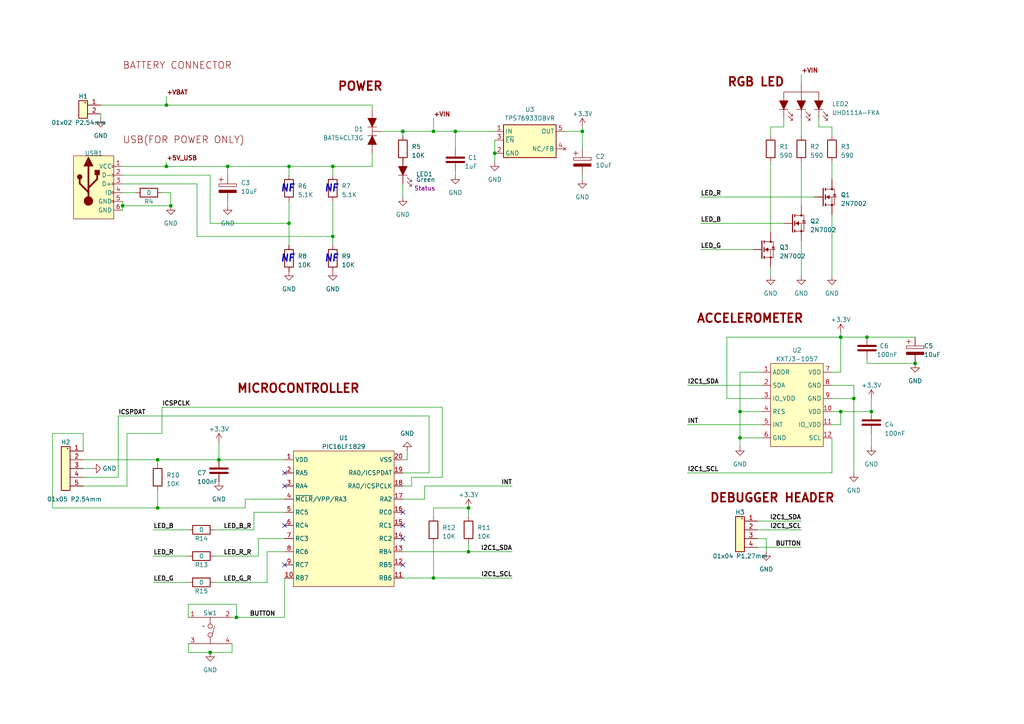
<source format=kicad_sch>
(kicad_sch (version 20230121) (generator eeschema)

  (uuid 508553d4-dd56-4b1f-8210-a4a41ddc3f34)

  (paper "A4")

  (title_block
    (title "Custom MCU Wand")
    (date "2023-12-15")
    (rev "1.0")
    (company "Adam Gal")
  )

  (lib_symbols
    (symbol "Custom_Capacitor:C" (pin_numbers hide) (in_bom yes) (on_board yes)
      (property "Reference" "C" (at 5.08 -1.905 0)
        (effects (font (size 1.27 1.27)))
      )
      (property "Value" "C_val" (at 4.445 -3.81 0)
        (effects (font (size 1.27 1.27)) (justify left))
      )
      (property "Footprint" "" (at 0 0 0)
        (effects (font (size 1.27 1.27)) hide)
      )
      (property "Datasheet" "" (at 0 0 0)
        (effects (font (size 1.27 1.27)) hide)
      )
      (property "ki_keywords" "c cap capacitor" (at 0 0 0)
        (effects (font (size 1.27 1.27)) hide)
      )
      (property "ki_description" "Capacitor" (at 0 0 0)
        (effects (font (size 1.27 1.27)) hide)
      )
      (symbol "C_0_1"
        (polyline
          (pts
            (xy -2.54 -3.81)
            (xy 2.54 -3.81)
            (xy 0 -3.81)
          )
          (stroke (width 0.6) (type default))
          (fill (type none))
        )
        (polyline
          (pts
            (xy -2.54 -2.54)
            (xy 2.54 -2.54)
            (xy 0 -2.54)
          )
          (stroke (width 0.6) (type default))
          (fill (type none))
        )
      )
      (symbol "C_1_1"
        (pin passive line (at 0 0 270) (length 2.54)
          (name "" (effects (font (size 1.27 1.27))))
          (number "1" (effects (font (size 1.27 1.27))))
        )
        (pin passive line (at 0 -6.35 90) (length 2.54)
          (name "" (effects (font (size 1.27 1.27))))
          (number "2" (effects (font (size 1.27 1.27))))
        )
      )
    )
    (symbol "Custom_Capacitor:C_Polarized" (pin_numbers hide) (in_bom yes) (on_board yes)
      (property "Reference" "C" (at 5.08 -2.54 0)
        (effects (font (size 1.27 1.27)))
      )
      (property "Value" "C_val" (at 4.445 -5.08 0)
        (effects (font (size 1.27 1.27)) (justify left))
      )
      (property "Footprint" "" (at 0 0 0)
        (effects (font (size 1.27 1.27)) hide)
      )
      (property "Datasheet" "" (at 0 0 0)
        (effects (font (size 1.27 1.27)) hide)
      )
      (property "ki_keywords" "c cap capacitor" (at 0 0 0)
        (effects (font (size 1.27 1.27)) hide)
      )
      (property "ki_description" "Polarized Capacitor" (at 0 0 0)
        (effects (font (size 1.27 1.27)) hide)
      )
      (symbol "C_Polarized_0_1"
        (rectangle (start -2.54 -4.318) (end 2.54 -5.08)
          (stroke (width 0) (type default))
          (fill (type outline))
        )
        (rectangle (start -2.54 -2.54) (end 2.54 -3.302)
          (stroke (width 0) (type default))
          (fill (type none))
        )
        (polyline
          (pts
            (xy -2.54 -1.27)
            (xy -1.27 -1.27)
          )
          (stroke (width 0) (type default))
          (fill (type none))
        )
        (polyline
          (pts
            (xy -1.905 -1.27)
            (xy -1.905 -1.905)
            (xy -1.905 -0.635)
          )
          (stroke (width 0) (type default))
          (fill (type none))
        )
      )
      (symbol "C_Polarized_1_1"
        (pin passive line (at 0 0 270) (length 2.54)
          (name "" (effects (font (size 1.27 1.27))))
          (number "1" (effects (font (size 1.27 1.27))))
        )
        (pin passive line (at 0 -7.62 90) (length 2.54)
          (name "" (effects (font (size 1.27 1.27))))
          (number "2" (effects (font (size 1.27 1.27))))
        )
      )
    )
    (symbol "Custom_Diode:D_Dual_Schottky" (pin_numbers hide) (in_bom yes) (on_board yes)
      (property "Reference" "D" (at 3.175 0 0)
        (effects (font (size 1.27 1.27)))
      )
      (property "Value" "Type" (at 4.445 -2.54 0)
        (effects (font (size 1.27 1.27)))
      )
      (property "Footprint" "" (at 0 0 0)
        (effects (font (size 1.27 1.27)) hide)
      )
      (property "Datasheet" "" (at 0 0 0)
        (effects (font (size 1.27 1.27)) hide)
      )
      (property "ki_keywords" "D diode schottky" (at 0 0 0)
        (effects (font (size 1.27 1.27)) hide)
      )
      (property "ki_description" "Dual Common Cathode Schottky Barrier Diode" (at 0 0 0)
        (effects (font (size 1.27 1.27)) hide)
      )
      (symbol "D_Dual_Schottky_0_1"
        (polyline
          (pts
            (xy 0 -5.08)
            (xy 0 -7.62)
          )
          (stroke (width 0) (type default))
          (fill (type none))
        )
        (polyline
          (pts
            (xy -1.27 -5.08)
            (xy 1.27 -5.08)
            (xy -1.27 -5.08)
          )
          (stroke (width 0) (type default))
          (fill (type none))
        )
        (polyline
          (pts
            (xy 1.27 -7.62)
            (xy -1.27 -7.62)
            (xy 1.27 -7.62)
          )
          (stroke (width 0) (type default))
          (fill (type none))
        )
        (polyline
          (pts
            (xy -1.27 -2.54)
            (xy 1.27 -2.54)
            (xy 0 -5.08)
            (xy -1.27 -2.54)
          )
          (stroke (width 0) (type default))
          (fill (type outline))
        )
        (polyline
          (pts
            (xy 1.27 -10.16)
            (xy -1.27 -10.16)
            (xy 0 -7.62)
            (xy 1.27 -10.16)
          )
          (stroke (width 0) (type default))
          (fill (type outline))
        )
      )
      (symbol "D_Dual_Schottky_1_1"
        (pin passive line (at 0 0 270) (length 2.54)
          (name "" (effects (font (size 1.27 1.27))))
          (number "1" (effects (font (size 1.27 1.27))))
        )
        (pin passive line (at 0 -12.7 90) (length 2.54)
          (name "" (effects (font (size 1.27 1.27))))
          (number "2" (effects (font (size 1.27 1.27))))
        )
        (pin passive line (at 2.54 -6.35 180) (length 2.54)
          (name "" (effects (font (size 1.27 1.27))))
          (number "3" (effects (font (size 1.27 1.27))))
        )
      )
    )
    (symbol "Custom_Header_Connector:MicroChip_Flasher_5pin_Connector" (pin_names hide) (in_bom yes) (on_board yes)
      (property "Reference" "J" (at -5.08 3.81 0)
        (effects (font (size 1.27 1.27)))
      )
      (property "Value" "" (at -5.08 2.54 0)
        (effects (font (size 1.27 1.27)))
      )
      (property "Footprint" "" (at -5.08 2.54 0)
        (effects (font (size 1.27 1.27)) hide)
      )
      (property "Datasheet" "" (at -5.08 2.54 0)
        (effects (font (size 1.27 1.27)) hide)
      )
      (property "ki_keywords" "flasher 5pin" (at 0 0 0)
        (effects (font (size 1.27 1.27)) hide)
      )
      (property "ki_description" "For MicroChip MCU" (at 0 0 0)
        (effects (font (size 1.27 1.27)) hide)
      )
      (symbol "MicroChip_Flasher_5pin_Connector_0_1"
        (circle (center -4.4958 0.7112) (radius 0.127)
          (stroke (width 0) (type default))
          (fill (type outline))
        )
      )
      (symbol "MicroChip_Flasher_5pin_Connector_1_1"
        (rectangle (start -6.35 1.27) (end -3.81 -11.43)
          (stroke (width 0.254) (type default))
          (fill (type background))
        )
        (pin passive line (at 0 0 180) (length 3.81)
          (name "Pin_1" (effects (font (size 1.27 1.27))))
          (number "1" (effects (font (size 1.27 1.27))))
        )
        (pin passive line (at 0 -2.54 180) (length 3.81)
          (name "Pin_2" (effects (font (size 1.27 1.27))))
          (number "2" (effects (font (size 1.27 1.27))))
        )
        (pin passive line (at 0 -5.08 180) (length 3.81)
          (name "Pin_2" (effects (font (size 1.27 1.27))))
          (number "3" (effects (font (size 1.27 1.27))))
        )
        (pin passive line (at 0 -7.62 180) (length 3.81)
          (name "Pin_2" (effects (font (size 1.27 1.27))))
          (number "4" (effects (font (size 1.27 1.27))))
        )
        (pin passive line (at 0 -10.16 180) (length 3.81)
          (name "Pin_2" (effects (font (size 1.27 1.27))))
          (number "5" (effects (font (size 1.27 1.27))))
        )
      )
    )
    (symbol "Custom_Header_Connector:Pin_Header_01x02" (pin_names hide) (in_bom yes) (on_board yes)
      (property "Reference" "J" (at -5.08 2.54 0)
        (effects (font (size 1.27 1.27)))
      )
      (property "Value" "" (at -5.08 2.54 0)
        (effects (font (size 1.27 1.27)) hide)
      )
      (property "Footprint" "" (at -5.08 2.54 0)
        (effects (font (size 1.27 1.27)) hide)
      )
      (property "Datasheet" "" (at -5.08 2.54 0)
        (effects (font (size 1.27 1.27)) hide)
      )
      (property "ki_keywords" "pin header hdr" (at 0 0 0)
        (effects (font (size 1.27 1.27)) hide)
      )
      (property "ki_description" "Pin Header 2 pins" (at 0 0 0)
        (effects (font (size 1.27 1.27)) hide)
      )
      (symbol "Pin_Header_01x02_0_1"
        (circle (center -4.4958 0.7112) (radius 0.127)
          (stroke (width 0) (type default))
          (fill (type outline))
        )
      )
      (symbol "Pin_Header_01x02_1_1"
        (rectangle (start -6.35 1.27) (end -3.81 -3.81)
          (stroke (width 0.254) (type default))
          (fill (type background))
        )
        (pin passive line (at 0 0 180) (length 3.81)
          (name "Pin_1" (effects (font (size 1.27 1.27))))
          (number "1" (effects (font (size 1.27 1.27))))
        )
        (pin passive line (at 0 -2.54 180) (length 3.81)
          (name "Pin_2" (effects (font (size 1.27 1.27))))
          (number "2" (effects (font (size 1.27 1.27))))
        )
      )
    )
    (symbol "Custom_Header_Connector:Pin_Header_01x04" (pin_names hide) (in_bom yes) (on_board yes)
      (property "Reference" "J" (at -5.08 2.54 0)
        (effects (font (size 1.27 1.27)))
      )
      (property "Value" "" (at 0 0 0)
        (effects (font (size 1.27 1.27)))
      )
      (property "Footprint" "" (at 0 0 0)
        (effects (font (size 1.27 1.27)) hide)
      )
      (property "Datasheet" "" (at 0 0 0)
        (effects (font (size 1.27 1.27)) hide)
      )
      (property "ki_keywords" "pin header hdr" (at 0 0 0)
        (effects (font (size 1.27 1.27)) hide)
      )
      (property "ki_description" "Pin Header 4 pins" (at 0 0 0)
        (effects (font (size 1.27 1.27)) hide)
      )
      (symbol "Pin_Header_01x04_0_1"
        (circle (center -4.4958 0.7112) (radius 0.127)
          (stroke (width 0) (type default))
          (fill (type outline))
        )
      )
      (symbol "Pin_Header_01x04_1_1"
        (rectangle (start -6.35 1.27) (end -3.81 -8.89)
          (stroke (width 0.254) (type default))
          (fill (type background))
        )
        (pin passive line (at 0 0 180) (length 3.81)
          (name "Pin_1" (effects (font (size 1.27 1.27))))
          (number "1" (effects (font (size 1.27 1.27))))
        )
        (pin passive line (at 0 -2.54 180) (length 3.81)
          (name "Pin_2" (effects (font (size 1.27 1.27))))
          (number "2" (effects (font (size 1.27 1.27))))
        )
        (pin passive line (at 0 -5.08 180) (length 3.81)
          (name "Pin_2" (effects (font (size 1.27 1.27))))
          (number "3" (effects (font (size 1.27 1.27))))
        )
        (pin passive line (at 0 -7.62 180) (length 3.81)
          (name "Pin_2" (effects (font (size 1.27 1.27))))
          (number "4" (effects (font (size 1.27 1.27))))
        )
      )
    )
    (symbol "Custom_LED:LED" (pin_numbers hide) (in_bom yes) (on_board yes)
      (property "Reference" "D" (at 2.54 -2.54 0)
        (effects (font (size 1.27 1.27)))
      )
      (property "Value" "Color" (at 1.905 -4.445 0)
        (effects (font (size 1.27 1.27)) (justify left))
      )
      (property "Footprint" "" (at 0 0 0)
        (effects (font (size 1.27 1.27)) hide)
      )
      (property "Datasheet" "" (at 0 0 0)
        (effects (font (size 1.27 1.27)) hide)
      )
      (property "ki_keywords" "led" (at 0 0 0)
        (effects (font (size 1.27 1.27)) hide)
      )
      (property "ki_description" "LED " (at 0 0 0)
        (effects (font (size 1.27 1.27)) hide)
      )
      (symbol "LED_0_1"
        (polyline
          (pts
            (xy -1.27 -5.08)
            (xy 1.27 -5.08)
            (xy -1.27 -5.08)
          )
          (stroke (width 0) (type default))
          (fill (type none))
        )
        (polyline
          (pts
            (xy -1.27 -2.54)
            (xy 1.27 -2.54)
            (xy 0 -5.08)
            (xy -1.27 -2.54)
          )
          (stroke (width 0) (type default))
          (fill (type outline))
        )
        (polyline
          (pts
            (xy 1.905 -8.255)
            (xy 2.54 -8.255)
            (xy 2.54 -7.62)
            (xy 2.54 -8.255)
            (xy 1.27 -6.985)
          )
          (stroke (width 0) (type default))
          (fill (type none))
        )
        (polyline
          (pts
            (xy 1.905 -6.985)
            (xy 2.54 -6.985)
            (xy 2.54 -6.35)
            (xy 2.54 -6.985)
            (xy 1.27 -5.715)
          )
          (stroke (width 0) (type default))
          (fill (type none))
        )
      )
      (symbol "LED_1_1"
        (pin passive line (at 0 0 270) (length 2.54)
          (name "" (effects (font (size 1.27 1.27))))
          (number "1" (effects (font (size 1.27 1.27))))
        )
        (pin passive line (at 0 -7.62 90) (length 2.54)
          (name "" (effects (font (size 1.27 1.27))))
          (number "2" (effects (font (size 1.27 1.27))))
        )
      )
    )
    (symbol "Custom_LED:RGB_LED" (pin_numbers hide) (pin_names hide) (in_bom yes) (on_board yes)
      (property "Reference" "D" (at 1.27 -1.27 0)
        (effects (font (size 1.27 1.27)))
      )
      (property "Value" "Typ" (at 2.54 -3.81 0)
        (effects (font (size 1.27 1.27)))
      )
      (property "Footprint" "" (at -11.43 0 0)
        (effects (font (size 1.27 1.27)) hide)
      )
      (property "Datasheet" "" (at -11.43 0 0)
        (effects (font (size 1.27 1.27)) hide)
      )
      (property "ki_keywords" "rgb led" (at 0 0 0)
        (effects (font (size 1.27 1.27)) hide)
      )
      (property "ki_description" "Common Anode RGB Led " (at 0 0 0)
        (effects (font (size 1.27 1.27)) hide)
      )
      (symbol "RGB_LED_0_1"
        (polyline
          (pts
            (xy -11.43 -2.54)
            (xy -11.43 -5.08)
          )
          (stroke (width 0) (type default))
          (fill (type none))
        )
        (polyline
          (pts
            (xy -11.43 -2.54)
            (xy -1.27 -2.54)
          )
          (stroke (width 0) (type default))
          (fill (type none))
        )
        (polyline
          (pts
            (xy -1.27 -5.08)
            (xy -1.27 -2.54)
          )
          (stroke (width 0) (type default))
          (fill (type none))
        )
        (polyline
          (pts
            (xy -12.7 -7.62)
            (xy -10.16 -7.62)
            (xy -12.7 -7.62)
          )
          (stroke (width 0) (type default))
          (fill (type none))
        )
        (polyline
          (pts
            (xy -7.62 -7.62)
            (xy -5.08 -7.62)
            (xy -7.62 -7.62)
          )
          (stroke (width 0) (type default))
          (fill (type none))
        )
        (polyline
          (pts
            (xy -6.35 -2.54)
            (xy -6.35 -5.08)
            (xy -6.35 -3.81)
          )
          (stroke (width 0) (type default))
          (fill (type none))
        )
        (polyline
          (pts
            (xy -2.54 -7.62)
            (xy 0 -7.62)
            (xy -2.54 -7.62)
          )
          (stroke (width 0) (type default))
          (fill (type none))
        )
        (polyline
          (pts
            (xy -12.7 -5.08)
            (xy -10.16 -5.08)
            (xy -11.43 -7.62)
            (xy -12.7 -5.08)
          )
          (stroke (width 0) (type default))
          (fill (type outline))
        )
        (polyline
          (pts
            (xy -7.62 -5.08)
            (xy -5.08 -5.08)
            (xy -6.35 -7.62)
            (xy -7.62 -5.08)
          )
          (stroke (width 0) (type default))
          (fill (type outline))
        )
        (polyline
          (pts
            (xy -2.54 -5.08)
            (xy 0 -5.08)
            (xy -1.27 -7.62)
            (xy -2.54 -5.08)
          )
          (stroke (width 0) (type default))
          (fill (type outline))
        )
        (polyline
          (pts
            (xy -9.525 -10.795)
            (xy -8.89 -10.795)
            (xy -8.89 -10.16)
            (xy -8.89 -10.795)
            (xy -10.16 -9.525)
          )
          (stroke (width 0) (type default))
          (fill (type none))
        )
        (polyline
          (pts
            (xy -9.525 -9.525)
            (xy -8.89 -9.525)
            (xy -8.89 -8.89)
            (xy -8.89 -9.525)
            (xy -10.16 -8.255)
          )
          (stroke (width 0) (type default))
          (fill (type none))
        )
        (polyline
          (pts
            (xy -4.445 -10.795)
            (xy -3.81 -10.795)
            (xy -3.81 -10.16)
            (xy -3.81 -10.795)
            (xy -5.08 -9.525)
          )
          (stroke (width 0) (type default))
          (fill (type none))
        )
        (polyline
          (pts
            (xy -4.445 -9.525)
            (xy -3.81 -9.525)
            (xy -3.81 -8.89)
            (xy -3.81 -9.525)
            (xy -5.08 -8.255)
          )
          (stroke (width 0) (type default))
          (fill (type none))
        )
        (polyline
          (pts
            (xy 0.635 -10.795)
            (xy 1.27 -10.795)
            (xy 1.27 -10.16)
            (xy 1.27 -10.795)
            (xy 0 -9.525)
          )
          (stroke (width 0) (type default))
          (fill (type none))
        )
        (polyline
          (pts
            (xy 0.635 -9.525)
            (xy 1.27 -9.525)
            (xy 1.27 -8.89)
            (xy 1.27 -9.525)
            (xy 0 -8.255)
          )
          (stroke (width 0) (type default))
          (fill (type none))
        )
      )
      (symbol "RGB_LED_1_1"
        (pin passive line (at -11.43 -10.16 90) (length 2.54)
          (name "B" (effects (font (size 1.27 1.27))))
          (number "1" (effects (font (size 1.27 1.27))))
        )
        (pin passive line (at -6.35 -10.16 90) (length 2.54)
          (name "G" (effects (font (size 1.27 1.27))))
          (number "2" (effects (font (size 1.27 1.27))))
        )
        (pin passive line (at -1.27 -10.16 90) (length 2.54)
          (name "R" (effects (font (size 1.27 1.27))))
          (number "3" (effects (font (size 1.27 1.27))))
        )
        (pin passive line (at -6.35 0 270) (length 2.54)
          (name "Anode" (effects (font (size 1.27 1.27))))
          (number "4" (effects (font (size 1.27 1.27))))
        )
      )
    )
    (symbol "Custom_MCU:PIC16LF1829" (in_bom yes) (on_board yes)
      (property "Reference" "U" (at -5.08 3.81 0)
        (effects (font (size 1.27 1.27)))
      )
      (property "Value" "PIC16LF1829" (at -5.08 1.27 0)
        (effects (font (size 1.27 1.27)))
      )
      (property "Footprint" "" (at 3.81 -2.54 0)
        (effects (font (size 1.27 1.27)) hide)
      )
      (property "Datasheet" "" (at 3.81 -2.54 0)
        (effects (font (size 1.27 1.27)) hide)
      )
      (property "ki_keywords" "PIC16LF1829 microchip micro mcu" (at 0 0 0)
        (effects (font (size 1.27 1.27)) hide)
      )
      (symbol "PIC16LF1829_0_1"
        (rectangle (start -20.32 0) (end 8.89 -39.37)
          (stroke (width 0) (type default))
          (fill (type background))
        )
      )
      (symbol "PIC16LF1829_1_1"
        (pin power_in line (at -22.86 -2.54 0) (length 2.54)
          (name "VDD" (effects (font (size 1.27 1.27))))
          (number "1" (effects (font (size 1.27 1.27))))
        )
        (pin bidirectional line (at -22.86 -36.83 0) (length 2.54)
          (name "RB7" (effects (font (size 1.27 1.27))))
          (number "10" (effects (font (size 1.27 1.27))))
        )
        (pin bidirectional line (at 11.43 -36.83 180) (length 2.54)
          (name "RB6" (effects (font (size 1.27 1.27))))
          (number "11" (effects (font (size 1.27 1.27))))
        )
        (pin bidirectional line (at 11.43 -33.02 180) (length 2.54)
          (name "RB5" (effects (font (size 1.27 1.27))))
          (number "12" (effects (font (size 1.27 1.27))))
        )
        (pin bidirectional line (at 11.43 -29.21 180) (length 2.54)
          (name "RB4" (effects (font (size 1.27 1.27))))
          (number "13" (effects (font (size 1.27 1.27))))
        )
        (pin bidirectional line (at 11.43 -25.4 180) (length 2.54)
          (name "RC2" (effects (font (size 1.27 1.27))))
          (number "14" (effects (font (size 1.27 1.27))))
        )
        (pin bidirectional line (at 11.43 -21.59 180) (length 2.54)
          (name "RC1" (effects (font (size 1.27 1.27))))
          (number "15" (effects (font (size 1.27 1.27))))
        )
        (pin bidirectional line (at 11.43 -17.78 180) (length 2.54)
          (name "RC0" (effects (font (size 1.27 1.27))))
          (number "16" (effects (font (size 1.27 1.27))))
        )
        (pin bidirectional line (at 11.43 -13.97 180) (length 2.54)
          (name "RA2" (effects (font (size 1.27 1.27))))
          (number "17" (effects (font (size 1.27 1.27))))
        )
        (pin bidirectional line (at 11.43 -10.16 180) (length 2.54)
          (name "RA0/ICSPCLK" (effects (font (size 1.27 1.27))))
          (number "18" (effects (font (size 1.27 1.27))))
        )
        (pin bidirectional line (at 11.43 -6.35 180) (length 2.54)
          (name "RA0/ICSPDAT" (effects (font (size 1.27 1.27))))
          (number "19" (effects (font (size 1.27 1.27))))
        )
        (pin bidirectional line (at -22.86 -6.35 0) (length 2.54)
          (name "RA5" (effects (font (size 1.27 1.27))))
          (number "2" (effects (font (size 1.27 1.27))))
        )
        (pin power_in line (at 11.43 -2.54 180) (length 2.54)
          (name "VSS" (effects (font (size 1.27 1.27))))
          (number "20" (effects (font (size 1.27 1.27))))
        )
        (pin bidirectional line (at -22.86 -10.16 0) (length 2.54)
          (name "RA4" (effects (font (size 1.27 1.27))))
          (number "3" (effects (font (size 1.27 1.27))))
        )
        (pin bidirectional line (at -22.86 -13.97 0) (length 2.54)
          (name "~{MCLR}/VPP/RA3" (effects (font (size 1.27 1.27))))
          (number "4" (effects (font (size 1.27 1.27))))
        )
        (pin bidirectional line (at -22.86 -17.78 0) (length 2.54)
          (name "RC5" (effects (font (size 1.27 1.27))))
          (number "5" (effects (font (size 1.27 1.27))))
        )
        (pin bidirectional line (at -22.86 -21.59 0) (length 2.54)
          (name "RC4" (effects (font (size 1.27 1.27))))
          (number "6" (effects (font (size 1.27 1.27))))
        )
        (pin bidirectional line (at -22.86 -25.4 0) (length 2.54)
          (name "RC3" (effects (font (size 1.27 1.27))))
          (number "7" (effects (font (size 1.27 1.27))))
        )
        (pin bidirectional line (at -22.86 -29.21 0) (length 2.54)
          (name "RC6" (effects (font (size 1.27 1.27))))
          (number "8" (effects (font (size 1.27 1.27))))
        )
        (pin bidirectional line (at -22.86 -33.02 0) (length 2.54)
          (name "RC7" (effects (font (size 1.27 1.27))))
          (number "9" (effects (font (size 1.27 1.27))))
        )
      )
    )
    (symbol "Custom_Regulator_Linear:TPS76933DBVR" (in_bom yes) (on_board yes)
      (property "Reference" "U" (at 0 2.54 0)
        (effects (font (size 1.27 1.27)))
      )
      (property "Value" "TPS76933DBVR" (at 0 0 0)
        (effects (font (size 1.27 1.27)))
      )
      (property "Footprint" "" (at 0 0 0)
        (effects (font (size 1.27 1.27)) hide)
      )
      (property "Datasheet" "" (at 0 0 0)
        (effects (font (size 1.27 1.27)) hide)
      )
      (property "ki_keywords" "LDO low dropout regulator linear" (at 0 0 0)
        (effects (font (size 1.27 1.27)) hide)
      )
      (property "ki_description" "Linear, Low Drop Out (LDO) Regulators" (at 0 0 0)
        (effects (font (size 1.27 1.27)) hide)
      )
      (symbol "TPS76933DBVR_0_1"
        (rectangle (start -7.62 -1.905) (end 7.62 -11.43)
          (stroke (width 0.254) (type default))
          (fill (type background))
        )
      )
      (symbol "TPS76933DBVR_1_1"
        (pin power_in line (at -10.16 -3.81 0) (length 2.54)
          (name "IN" (effects (font (size 1.27 1.27))))
          (number "1" (effects (font (size 1.27 1.27))))
        )
        (pin power_in line (at -10.16 -10.16 0) (length 2.54)
          (name "GND" (effects (font (size 1.27 1.27))))
          (number "2" (effects (font (size 1.27 1.27))))
        )
        (pin input line (at -10.16 -6.35 0) (length 2.54)
          (name "~{EN}" (effects (font (size 1.27 1.27))))
          (number "3" (effects (font (size 1.27 1.27))))
        )
        (pin no_connect line (at 10.16 -8.89 180) (length 2.54)
          (name "NC/FB" (effects (font (size 1.27 1.27))))
          (number "4" (effects (font (size 1.27 1.27))))
        )
        (pin power_out line (at 10.16 -3.81 180) (length 2.54)
          (name "OUT" (effects (font (size 1.27 1.27))))
          (number "5" (effects (font (size 1.27 1.27))))
        )
      )
    )
    (symbol "Custom_Resistor:R" (pin_numbers hide) (in_bom yes) (on_board yes)
      (property "Reference" "R" (at 2.54 0 90)
        (effects (font (size 1.27 1.27)))
      )
      (property "Value" "R_val" (at 0 0 90)
        (effects (font (size 1.27 1.27)))
      )
      (property "Footprint" "" (at 0 0 0)
        (effects (font (size 1.27 1.27)) hide)
      )
      (property "Datasheet" "" (at 0 0 0)
        (effects (font (size 1.27 1.27)) hide)
      )
      (property "ki_keywords" "R res resistor" (at 0 0 0)
        (effects (font (size 1.27 1.27)) hide)
      )
      (property "ki_description" "Resistor" (at 0 0 0)
        (effects (font (size 1.27 1.27)) hide)
      )
      (symbol "R_0_1"
        (rectangle (start -1.27 2.54) (end 1.27 -2.54)
          (stroke (width 0.254) (type default))
          (fill (type none))
        )
      )
      (symbol "R_1_1"
        (pin passive line (at 0 3.81 270) (length 1.27)
          (name "~" (effects (font (size 1.27 1.27))))
          (number "1" (effects (font (size 1.27 1.27))))
        )
        (pin passive line (at 0 -3.81 90) (length 1.27)
          (name "" (effects (font (size 1.27 1.27))))
          (number "2" (effects (font (size 1.27 1.27))))
        )
      )
    )
    (symbol "Custom_Sensor:KXTJ3-1057" (in_bom yes) (on_board yes)
      (property "Reference" "U" (at -16.51 6.35 0)
        (effects (font (size 1.27 1.27)))
      )
      (property "Value" "KXTJ3-1057" (at -16.51 3.81 0)
        (effects (font (size 1.27 1.27)))
      )
      (property "Footprint" "" (at 0 0 0)
        (effects (font (size 1.27 1.27)) hide)
      )
      (property "Datasheet" "" (at 0 0 0)
        (effects (font (size 1.27 1.27)) hide)
      )
      (property "ki_keywords" "KXTJ3-1057 accelerometer sensor" (at 0 0 0)
        (effects (font (size 1.27 1.27)) hide)
      )
      (symbol "KXTJ3-1057_0_1"
        (rectangle (start -24.13 2.54) (end -8.89 -21.59)
          (stroke (width 0) (type default))
          (fill (type background))
        )
      )
      (symbol "KXTJ3-1057_1_1"
        (pin input line (at -26.67 0 0) (length 2.54)
          (name "ADDR" (effects (font (size 1.27 1.27))))
          (number "1" (effects (font (size 1.27 1.27))))
        )
        (pin power_in line (at -6.35 -11.43 180) (length 2.54)
          (name "VDD" (effects (font (size 1.27 1.27))))
          (number "10" (effects (font (size 1.27 1.27))))
        )
        (pin power_in line (at -6.35 -15.24 180) (length 2.54)
          (name "IO_VDD" (effects (font (size 1.27 1.27))))
          (number "11" (effects (font (size 1.27 1.27))))
        )
        (pin input line (at -6.35 -19.05 180) (length 2.54)
          (name "SCL" (effects (font (size 1.27 1.27))))
          (number "12" (effects (font (size 1.27 1.27))))
        )
        (pin bidirectional line (at -26.67 -3.81 0) (length 2.54)
          (name "SDA" (effects (font (size 1.27 1.27))))
          (number "2" (effects (font (size 1.27 1.27))))
        )
        (pin power_in line (at -26.67 -7.62 0) (length 2.54)
          (name "IO_VDD" (effects (font (size 1.27 1.27))))
          (number "3" (effects (font (size 1.27 1.27))))
        )
        (pin passive line (at -26.67 -11.43 0) (length 2.54)
          (name "RES" (effects (font (size 1.27 1.27))))
          (number "4" (effects (font (size 1.27 1.27))))
        )
        (pin output line (at -26.67 -15.24 0) (length 2.54)
          (name "INT" (effects (font (size 1.27 1.27))))
          (number "5" (effects (font (size 1.27 1.27))))
        )
        (pin power_in line (at -26.67 -19.05 0) (length 2.54)
          (name "GND" (effects (font (size 1.27 1.27))))
          (number "6" (effects (font (size 1.27 1.27))))
        )
        (pin power_in line (at -6.35 0 180) (length 2.54)
          (name "VDD" (effects (font (size 1.27 1.27))))
          (number "7" (effects (font (size 1.27 1.27))))
        )
        (pin power_in line (at -6.35 -3.81 180) (length 2.54)
          (name "GND" (effects (font (size 1.27 1.27))))
          (number "8" (effects (font (size 1.27 1.27))))
        )
        (pin power_in line (at -6.35 -7.62 180) (length 2.54)
          (name "GND" (effects (font (size 1.27 1.27))))
          (number "9" (effects (font (size 1.27 1.27))))
        )
      )
    )
    (symbol "Custom_Switch:Tactile_Switch" (in_bom yes) (on_board yes)
      (property "Reference" "S" (at 0 1.905 0)
        (effects (font (size 1.27 1.27)))
      )
      (property "Value" "" (at -1.905 -2.54 0)
        (effects (font (size 1.27 1.27)))
      )
      (property "Footprint" "" (at -1.905 -2.54 0)
        (effects (font (size 1.27 1.27)) hide)
      )
      (property "Datasheet" "" (at -1.905 -2.54 0)
        (effects (font (size 1.27 1.27)) hide)
      )
      (property "ki_keywords" "tactile  switch button " (at 0 0 0)
        (effects (font (size 1.27 1.27)) hide)
      )
      (property "ki_description" "6x6mm" (at 0 0 0)
        (effects (font (size 1.27 1.27)) hide)
      )
      (symbol "Tactile_Switch_0_1"
        (circle (center 0 -5.08) (radius 0.635)
          (stroke (width 0) (type default))
          (fill (type none))
        )
        (circle (center 0 -2.54) (radius 0.635)
          (stroke (width 0) (type default))
          (fill (type none))
        )
        (polyline
          (pts
            (xy 0.635 -5.08)
            (xy 1.27 -2.54)
          )
          (stroke (width 0) (type default))
          (fill (type none))
        )
        (polyline
          (pts
            (xy 0 -7.62)
            (xy 0 -5.715)
            (xy 0 -6.35)
          )
          (stroke (width 0) (type default))
          (fill (type none))
        )
        (polyline
          (pts
            (xy 0 -1.905)
            (xy 0 0)
            (xy 0 0)
          )
          (stroke (width 0) (type default))
          (fill (type none))
        )
        (polyline
          (pts
            (xy 3.81 -7.62)
            (xy -3.81 -7.62)
            (xy 1.27 -7.62)
          )
          (stroke (width 0) (type default))
          (fill (type none))
        )
        (polyline
          (pts
            (xy 3.81 0)
            (xy -3.81 0)
            (xy 1.27 0)
          )
          (stroke (width 0) (type default))
          (fill (type none))
        )
      )
      (symbol "Tactile_Switch_1_1"
        (pin passive line (at -6.35 0 0) (length 2.54)
          (name "" (effects (font (size 1.27 1.27))))
          (number "1" (effects (font (size 1.27 1.27))))
        )
        (pin passive line (at 6.35 0 180) (length 2.54)
          (name "" (effects (font (size 1.27 1.27))))
          (number "2" (effects (font (size 1.27 1.27))))
        )
        (pin passive line (at -6.35 -7.62 0) (length 2.54)
          (name "" (effects (font (size 1.27 1.27))))
          (number "3" (effects (font (size 1.27 1.27))))
        )
        (pin passive line (at 6.35 -7.62 180) (length 2.54)
          (name "" (effects (font (size 1.27 1.27))))
          (number "4" (effects (font (size 1.27 1.27))))
        )
      )
    )
    (symbol "Custom_Transistor:2N7002" (pin_numbers hide) (pin_names hide) (in_bom yes) (on_board yes)
      (property "Reference" "Q" (at 1.27 -5.08 0)
        (effects (font (size 1.27 1.27)))
      )
      (property "Value" "2N7002" (at 3.81 -7.62 0)
        (effects (font (size 1.27 1.27)))
      )
      (property "Footprint" "" (at 0 0 0)
        (effects (font (size 1.27 1.27)) hide)
      )
      (property "Datasheet" "" (at 0 0 0)
        (effects (font (size 1.27 1.27)) hide)
      )
      (symbol "2N7002_0_1"
        (circle (center -1.27 -8.636) (radius 0.254)
          (stroke (width 0) (type default))
          (fill (type outline))
        )
        (circle (center -1.27 -4.064) (radius 0.254)
          (stroke (width 0) (type default))
          (fill (type outline))
        )
        (polyline
          (pts
            (xy -3.81 -3.81)
            (xy -3.81 -8.89)
          )
          (stroke (width 0.3) (type default))
          (fill (type none))
        )
        (polyline
          (pts
            (xy -3.175 -8.255)
            (xy -3.175 -8.89)
          )
          (stroke (width 0.3) (type default))
          (fill (type none))
        )
        (polyline
          (pts
            (xy -3.175 -5.715)
            (xy -3.175 -6.985)
          )
          (stroke (width 0.3) (type default))
          (fill (type none))
        )
        (polyline
          (pts
            (xy -3.175 -3.81)
            (xy -3.175 -4.445)
          )
          (stroke (width 0.3) (type default))
          (fill (type none))
        )
        (polyline
          (pts
            (xy -3.048 -4.064)
            (xy -1.524 -4.064)
          )
          (stroke (width 0) (type default))
          (fill (type none))
        )
        (polyline
          (pts
            (xy -1.016 -5.588)
            (xy 0 -5.588)
          )
          (stroke (width 0) (type default))
          (fill (type none))
        )
        (polyline
          (pts
            (xy -1.27 -8.636)
            (xy -0.508 -8.636)
            (xy -0.508 -4.064)
            (xy -1.27 -4.064)
          )
          (stroke (width 0) (type default))
          (fill (type none))
        )
        (polyline
          (pts
            (xy -3.048 -6.35)
            (xy -1.27 -6.35)
            (xy -1.27 -8.636)
            (xy -3.048 -8.636)
            (xy -3.048 -8.382)
          )
          (stroke (width 0) (type default))
          (fill (type none))
        )
        (polyline
          (pts
            (xy -2.794 -6.35)
            (xy -2.032 -5.842)
            (xy -2.032 -6.858)
            (xy -2.794 -6.35)
            (xy -2.54 -6.35)
          )
          (stroke (width 0) (type default))
          (fill (type outline))
        )
        (polyline
          (pts
            (xy -0.762 -6.35)
            (xy 0 -6.35)
            (xy -0.508 -5.588)
            (xy -1.016 -6.35)
            (xy -0.762 -6.35)
            (xy -0.508 -6.35)
          )
          (stroke (width 0) (type default))
          (fill (type none))
        )
      )
      (symbol "2N7002_1_1"
        (pin input line (at -6.35 -6.35 0) (length 2.54)
          (name "G" (effects (font (size 1.27 1.27))))
          (number "1" (effects (font (size 1.27 1.27))))
        )
        (pin passive line (at -1.27 -11.43 90) (length 2.54)
          (name "S" (effects (font (size 1.27 1.27))))
          (number "2" (effects (font (size 1.27 1.27))))
        )
        (pin passive line (at -1.27 -1.27 270) (length 2.54)
          (name "D" (effects (font (size 1.27 1.27))))
          (number "3" (effects (font (size 1.27 1.27))))
        )
      )
    )
    (symbol "Custom_USB_Connector:USB_Micro_B" (in_bom yes) (on_board yes)
      (property "Reference" "USB" (at -8.89 5.08 0)
        (effects (font (size 1.27 1.27)))
      )
      (property "Value" "" (at -10.16 1.27 0)
        (effects (font (size 1.27 1.27)))
      )
      (property "Footprint" "" (at -10.16 1.27 0)
        (effects (font (size 1.27 1.27)) hide)
      )
      (property "Datasheet" "" (at -10.16 1.27 0)
        (effects (font (size 1.27 1.27)) hide)
      )
      (property "ki_keywords" "usb micro connector" (at 0 0 0)
        (effects (font (size 1.27 1.27)) hide)
      )
      (property "ki_description" "Micro USB B Connector 5 pin" (at 0 0 0)
        (effects (font (size 1.27 1.27)) hide)
      )
      (symbol "USB_Micro_B_0_0"
        (rectangle (start -3.048 -9.906) (end -2.54 -10.414)
          (stroke (width 0) (type default))
          (fill (type none))
        )
        (rectangle (start -3.048 -7.366) (end -2.54 -7.874)
          (stroke (width 0) (type default))
          (fill (type none))
        )
        (rectangle (start -3.048 -4.826) (end -2.54 -5.334)
          (stroke (width 0) (type default))
          (fill (type none))
        )
        (rectangle (start -3.048 -2.286) (end -2.54 -2.794)
          (stroke (width 0) (type default))
          (fill (type none))
        )
        (rectangle (start -3.048 0.254) (end -2.54 -0.254)
          (stroke (width 0) (type default))
          (fill (type none))
        )
      )
      (symbol "USB_Micro_B_0_1"
        (rectangle (start -14.224 3.048) (end -2.54 -15.24)
          (stroke (width 0) (type default))
          (fill (type background))
        )
      )
      (symbol "USB_Micro_B_1_1"
        (circle (center -12.446 -3.048) (radius 0.635)
          (stroke (width 0.254) (type default))
          (fill (type outline))
        )
        (circle (center -9.906 -10.033) (radius 1.27)
          (stroke (width 0) (type default))
          (fill (type outline))
        )
        (rectangle (start -8.001 -1.143) (end -6.731 -2.413)
          (stroke (width 0.254) (type default))
          (fill (type outline))
        )
        (polyline
          (pts
            (xy -9.906 -10.033)
            (xy -9.906 0.127)
          )
          (stroke (width 0.508) (type default))
          (fill (type none))
        )
        (polyline
          (pts
            (xy -9.906 -7.493)
            (xy -12.446 -4.953)
            (xy -12.446 -3.683)
          )
          (stroke (width 0.508) (type default))
          (fill (type none))
        )
        (polyline
          (pts
            (xy -9.906 -6.223)
            (xy -7.366 -3.683)
            (xy -7.366 -2.413)
          )
          (stroke (width 0.508) (type default))
          (fill (type none))
        )
        (polyline
          (pts
            (xy -11.176 0.127)
            (xy -9.906 2.667)
            (xy -8.636 0.127)
            (xy -11.176 0.127)
          )
          (stroke (width 0.254) (type default))
          (fill (type outline))
        )
        (pin power_out line (at 0 0 180) (length 2.54)
          (name "VCC" (effects (font (size 1.27 1.27))))
          (number "1" (effects (font (size 1.27 1.27))))
        )
        (pin bidirectional line (at 0 -2.54 180) (length 2.54)
          (name "D-" (effects (font (size 1.27 1.27))))
          (number "2" (effects (font (size 1.27 1.27))))
        )
        (pin bidirectional line (at 0 -5.08 180) (length 2.54)
          (name "D+" (effects (font (size 1.27 1.27))))
          (number "3" (effects (font (size 1.27 1.27))))
        )
        (pin passive line (at 0 -7.62 180) (length 2.54)
          (name "ID" (effects (font (size 1.27 1.27))))
          (number "4" (effects (font (size 1.27 1.27))))
        )
        (pin power_out line (at 0 -10.16 180) (length 2.54)
          (name "GND" (effects (font (size 1.27 1.27))))
          (number "5" (effects (font (size 1.27 1.27))))
        )
        (pin power_out line (at 0 -12.7 180) (length 2.54)
          (name "GND" (effects (font (size 1.27 1.27))))
          (number "6" (effects (font (size 1.27 1.27))))
        )
      )
    )
    (symbol "power:+3.3V" (power) (pin_names (offset 0)) (in_bom yes) (on_board yes)
      (property "Reference" "#PWR" (at 0 -3.81 0)
        (effects (font (size 1.27 1.27)) hide)
      )
      (property "Value" "+3.3V" (at 0 3.556 0)
        (effects (font (size 1.27 1.27)))
      )
      (property "Footprint" "" (at 0 0 0)
        (effects (font (size 1.27 1.27)) hide)
      )
      (property "Datasheet" "" (at 0 0 0)
        (effects (font (size 1.27 1.27)) hide)
      )
      (property "ki_keywords" "global power" (at 0 0 0)
        (effects (font (size 1.27 1.27)) hide)
      )
      (property "ki_description" "Power symbol creates a global label with name \"+3.3V\"" (at 0 0 0)
        (effects (font (size 1.27 1.27)) hide)
      )
      (symbol "+3.3V_0_1"
        (polyline
          (pts
            (xy -0.762 1.27)
            (xy 0 2.54)
          )
          (stroke (width 0) (type default))
          (fill (type none))
        )
        (polyline
          (pts
            (xy 0 0)
            (xy 0 2.54)
          )
          (stroke (width 0) (type default))
          (fill (type none))
        )
        (polyline
          (pts
            (xy 0 2.54)
            (xy 0.762 1.27)
          )
          (stroke (width 0) (type default))
          (fill (type none))
        )
      )
      (symbol "+3.3V_1_1"
        (pin power_in line (at 0 0 90) (length 0) hide
          (name "+3.3V" (effects (font (size 1.27 1.27))))
          (number "1" (effects (font (size 1.27 1.27))))
        )
      )
    )
    (symbol "power:GND" (power) (pin_names (offset 0)) (in_bom yes) (on_board yes)
      (property "Reference" "#PWR" (at 0 -6.35 0)
        (effects (font (size 1.27 1.27)) hide)
      )
      (property "Value" "GND" (at 0 -3.81 0)
        (effects (font (size 1.27 1.27)))
      )
      (property "Footprint" "" (at 0 0 0)
        (effects (font (size 1.27 1.27)) hide)
      )
      (property "Datasheet" "" (at 0 0 0)
        (effects (font (size 1.27 1.27)) hide)
      )
      (property "ki_keywords" "global power" (at 0 0 0)
        (effects (font (size 1.27 1.27)) hide)
      )
      (property "ki_description" "Power symbol creates a global label with name \"GND\" , ground" (at 0 0 0)
        (effects (font (size 1.27 1.27)) hide)
      )
      (symbol "GND_0_1"
        (polyline
          (pts
            (xy 0 0)
            (xy 0 -1.27)
            (xy 1.27 -1.27)
            (xy 0 -2.54)
            (xy -1.27 -1.27)
            (xy 0 -1.27)
          )
          (stroke (width 0) (type default))
          (fill (type none))
        )
      )
      (symbol "GND_1_1"
        (pin power_in line (at 0 0 270) (length 0) hide
          (name "GND" (effects (font (size 1.27 1.27))))
          (number "1" (effects (font (size 1.27 1.27))))
        )
      )
    )
  )

  (junction (at 214.63 119.38) (diameter 0) (color 0 0 0 0)
    (uuid 073b7fb2-b7fc-454d-ac58-4525fcdd866a)
  )
  (junction (at 66.04 48.26) (diameter 0) (color 0 0 0 0)
    (uuid 0a9f5a1b-fb3c-41ce-919c-a26aa03ae952)
  )
  (junction (at 83.82 64.77) (diameter 0) (color 0 0 0 0)
    (uuid 1f54e00d-4fc5-4c60-87e9-877bcaf2cfc6)
  )
  (junction (at 116.84 38.1) (diameter 0) (color 0 0 0 0)
    (uuid 25a66f2d-b03a-4814-80c5-fd50b3d5faa3)
  )
  (junction (at 135.89 147.32) (diameter 0) (color 0 0 0 0)
    (uuid 319c87fd-cdff-46cd-9f61-88d0d7314a83)
  )
  (junction (at 125.73 167.64) (diameter 0) (color 0 0 0 0)
    (uuid 31d1e82a-d9a6-4abd-87b7-1d676f946d33)
  )
  (junction (at 68.58 179.07) (diameter 0) (color 0 0 0 0)
    (uuid 3744c87e-a094-4782-83d1-d74a2ea4cf6d)
  )
  (junction (at 214.63 127) (diameter 0) (color 0 0 0 0)
    (uuid 435cd133-d87e-4658-b921-288c6ddbaf89)
  )
  (junction (at 60.96 189.23) (diameter 0) (color 0 0 0 0)
    (uuid 5215fb3d-a2f2-47a8-862e-7290107f3ee0)
  )
  (junction (at 243.84 97.79) (diameter 0) (color 0 0 0 0)
    (uuid 5266169d-3b68-40fd-ac1e-2344b90e121d)
  )
  (junction (at 83.82 48.26) (diameter 0) (color 0 0 0 0)
    (uuid 6079ddd0-6e1b-442a-8cde-4e015ab17c3d)
  )
  (junction (at 168.91 38.1) (diameter 0) (color 0 0 0 0)
    (uuid 60baae84-a699-4ebf-9445-d767da9be8cf)
  )
  (junction (at 125.73 38.1) (diameter 0) (color 0 0 0 0)
    (uuid 677abe3d-051b-45c6-a678-f137ca10169a)
  )
  (junction (at 49.53 59.69) (diameter 0) (color 0 0 0 0)
    (uuid 718d6bbf-0095-48df-9660-d8678c15d545)
  )
  (junction (at 45.72 147.32) (diameter 0) (color 0 0 0 0)
    (uuid 74851eca-01dd-4359-9900-a2e27e417b75)
  )
  (junction (at 132.08 38.1) (diameter 0) (color 0 0 0 0)
    (uuid 787099db-38b4-45ef-9e25-cf776e79cec6)
  )
  (junction (at 48.26 48.26) (diameter 0) (color 0 0 0 0)
    (uuid 7879da91-c42a-46ac-a511-adb43ef5cfdf)
  )
  (junction (at 251.46 97.79) (diameter 0) (color 0 0 0 0)
    (uuid 7ede4f7b-f422-4aca-8e82-b707e1d5e8bb)
  )
  (junction (at 252.73 119.38) (diameter 0) (color 0 0 0 0)
    (uuid 91cb4b4b-8d8e-4ffb-940a-b3b12124ca7e)
  )
  (junction (at 35.56 59.69) (diameter 0) (color 0 0 0 0)
    (uuid 9215cf7e-940f-4c32-ac3e-ea1fed1bc597)
  )
  (junction (at 96.52 48.26) (diameter 0) (color 0 0 0 0)
    (uuid 932c0271-4ba9-4d10-977c-12be5f15feb6)
  )
  (junction (at 243.84 119.38) (diameter 0) (color 0 0 0 0)
    (uuid 93e746a5-d764-4904-ad9c-d364f8cf8b4b)
  )
  (junction (at 247.65 115.57) (diameter 0) (color 0 0 0 0)
    (uuid 9f05ba58-676c-406a-832e-092ed79fffa1)
  )
  (junction (at 96.52 68.58) (diameter 0) (color 0 0 0 0)
    (uuid c4535c89-b077-4faa-b192-0a3f3bc20b14)
  )
  (junction (at 63.5 133.35) (diameter 0) (color 0 0 0 0)
    (uuid cc97f234-8b06-43db-b52f-04ff5a6369e3)
  )
  (junction (at 48.26 30.48) (diameter 0) (color 0 0 0 0)
    (uuid daddb1fa-8a3a-47af-a4cd-1f4ecac581de)
  )
  (junction (at 45.72 133.35) (diameter 0) (color 0 0 0 0)
    (uuid e28e6419-d425-43a0-bcce-12f347dff34a)
  )
  (junction (at 135.89 160.02) (diameter 0) (color 0 0 0 0)
    (uuid ed8a159d-440c-434a-b520-707cf2692ce4)
  )
  (junction (at 143.51 44.45) (diameter 0) (color 0 0 0 0)
    (uuid f202daab-cf8d-46d8-b6c9-966411004e78)
  )
  (junction (at 265.43 105.41) (diameter 0) (color 0 0 0 0)
    (uuid f9cee3dc-8a41-4653-b990-9feea7d6b1b5)
  )

  (no_connect (at 82.55 152.4) (uuid 0868f91c-9be3-4b6f-9936-a48de41bdb4d))
  (no_connect (at 82.55 140.97) (uuid 6f7f2a1c-90dc-4044-b647-b6da1dbdf158))
  (no_connect (at 82.55 163.83) (uuid 770d90f0-90a1-41d4-907e-b5535b1e3760))
  (no_connect (at 116.84 156.21) (uuid a5570b8a-7990-404c-b174-46c4a55e48ce))
  (no_connect (at 116.84 163.83) (uuid ae15f2bc-c31a-440f-979e-68014681dea8))
  (no_connect (at 116.84 148.59) (uuid b2f5a90b-26b8-4d07-a0e0-6a3f2f0579e5))
  (no_connect (at 82.55 137.16) (uuid e04f17f3-8950-431f-ac78-25d39043645d))
  (no_connect (at 116.84 152.4) (uuid f47fa017-4c6e-4fb4-ad3e-65bc14b8527e))

  (wire (pts (xy 74.93 161.29) (xy 74.93 156.21))
    (stroke (width 0) (type default))
    (uuid 0241c67c-4c6a-4058-8513-2c2797719fc3)
  )
  (wire (pts (xy 219.71 156.21) (xy 222.25 156.21))
    (stroke (width 0) (type default))
    (uuid 0261480e-0aee-4623-99e9-527ad59f4249)
  )
  (wire (pts (xy 203.2 72.39) (xy 218.44 72.39))
    (stroke (width 0) (type default))
    (uuid 06918eb9-0511-4bd1-a5ac-0755d4aedb22)
  )
  (wire (pts (xy 214.63 119.38) (xy 220.98 119.38))
    (stroke (width 0) (type default))
    (uuid 06ceef9f-bd21-4cac-ae52-3c5f23d55f94)
  )
  (wire (pts (xy 232.41 21.59) (xy 232.41 24.13))
    (stroke (width 0) (type default))
    (uuid 07d18dcb-1ae6-4c45-adb9-705b1b0e8c17)
  )
  (wire (pts (xy 71.12 147.32) (xy 45.72 147.32))
    (stroke (width 0) (type default))
    (uuid 081f2886-6969-419f-bb9f-cbd757a45479)
  )
  (wire (pts (xy 116.84 137.16) (xy 124.46 137.16))
    (stroke (width 0) (type default))
    (uuid 0960422f-7484-4b47-a3a7-268601d52f74)
  )
  (wire (pts (xy 243.84 119.38) (xy 243.84 123.19))
    (stroke (width 0) (type default))
    (uuid 0d55cc1f-094d-4e0a-82c8-c6badb9d4804)
  )
  (wire (pts (xy 132.08 38.1) (xy 143.51 38.1))
    (stroke (width 0) (type default))
    (uuid 0dd79167-b9b6-418b-956e-6c75a61f9be9)
  )
  (wire (pts (xy 132.08 43.18) (xy 132.08 38.1))
    (stroke (width 0) (type default))
    (uuid 0e503966-ebe0-4c6f-9f63-a72df057616b)
  )
  (wire (pts (xy 60.96 50.8) (xy 35.56 50.8))
    (stroke (width 0) (type default))
    (uuid 113f90c9-db01-4e26-8f4e-f0fccc404b8e)
  )
  (wire (pts (xy 247.65 111.76) (xy 247.65 115.57))
    (stroke (width 0) (type default))
    (uuid 12fe8077-ede1-4ea8-a38f-a2ef6d32ba8d)
  )
  (wire (pts (xy 96.52 68.58) (xy 96.52 71.12))
    (stroke (width 0) (type default))
    (uuid 131efe98-8a03-4ce9-8458-409d931d1fd5)
  )
  (wire (pts (xy 107.95 44.45) (xy 107.95 48.26))
    (stroke (width 0) (type default))
    (uuid 14b13f60-badb-4848-a5e3-a96b3194e147)
  )
  (wire (pts (xy 123.19 140.97) (xy 148.59 140.97))
    (stroke (width 0) (type default))
    (uuid 14f994d9-9e70-40ae-b8c0-6446c23becb4)
  )
  (wire (pts (xy 35.56 55.88) (xy 39.37 55.88))
    (stroke (width 0) (type default))
    (uuid 153f3d93-a3e2-4994-9adc-560fc96730da)
  )
  (wire (pts (xy 203.2 64.77) (xy 227.33 64.77))
    (stroke (width 0) (type default))
    (uuid 168e50a2-cc13-4af3-9b71-b9090c97dda1)
  )
  (wire (pts (xy 135.89 147.32) (xy 135.89 149.86))
    (stroke (width 0) (type default))
    (uuid 1d5ce21d-a57a-4982-9417-56f5ec3623c3)
  )
  (wire (pts (xy 125.73 167.64) (xy 148.59 167.64))
    (stroke (width 0) (type default))
    (uuid 21a8c32c-7922-42d8-9943-4cf74ec7619f)
  )
  (wire (pts (xy 45.72 142.24) (xy 45.72 147.32))
    (stroke (width 0) (type default))
    (uuid 21f08904-fdee-458c-b55d-2abf4b3768c8)
  )
  (wire (pts (xy 116.84 39.37) (xy 116.84 38.1))
    (stroke (width 0) (type default))
    (uuid 224eae99-a0b4-4fec-b3ec-56529b50c58f)
  )
  (wire (pts (xy 15.24 125.73) (xy 24.13 125.73))
    (stroke (width 0) (type default))
    (uuid 253306b2-1b9e-45e3-a8a4-2f7ff585c6e9)
  )
  (wire (pts (xy 66.04 48.26) (xy 83.82 48.26))
    (stroke (width 0) (type default))
    (uuid 28767e72-cda4-4de1-8022-f8a899bc5d6d)
  )
  (wire (pts (xy 241.3 36.83) (xy 241.3 39.37))
    (stroke (width 0) (type default))
    (uuid 2a965080-d906-4b64-b043-565b0d49a02b)
  )
  (wire (pts (xy 214.63 129.54) (xy 214.63 127))
    (stroke (width 0) (type default))
    (uuid 2ed63314-f66b-4583-94fe-0fc7968c0f1f)
  )
  (wire (pts (xy 24.13 133.35) (xy 45.72 133.35))
    (stroke (width 0) (type default))
    (uuid 342ff278-dce6-45a2-ae73-cbce30fea7a4)
  )
  (wire (pts (xy 116.84 167.64) (xy 125.73 167.64))
    (stroke (width 0) (type default))
    (uuid 37553230-314f-4483-83a5-198606396e62)
  )
  (wire (pts (xy 34.29 138.43) (xy 24.13 138.43))
    (stroke (width 0) (type default))
    (uuid 38d5d491-f6f4-4147-8295-273102bfb05b)
  )
  (wire (pts (xy 36.83 125.73) (xy 36.83 140.97))
    (stroke (width 0) (type default))
    (uuid 396557a5-447b-4e09-b674-1a7ef2438a70)
  )
  (wire (pts (xy 199.39 123.19) (xy 220.98 123.19))
    (stroke (width 0) (type default))
    (uuid 397065c6-7975-40a6-bf22-864f98c5bc15)
  )
  (wire (pts (xy 232.41 69.85) (xy 232.41 80.01))
    (stroke (width 0) (type default))
    (uuid 39b08726-ca6a-4f1b-8bce-8cd7e32bcfa8)
  )
  (wire (pts (xy 44.45 153.67) (xy 54.61 153.67))
    (stroke (width 0) (type default))
    (uuid 3aab9e11-a9ca-4e75-9e40-454693816262)
  )
  (wire (pts (xy 251.46 104.14) (xy 251.46 105.41))
    (stroke (width 0) (type default))
    (uuid 3c15f7eb-14f9-4127-aab2-0bafaeed7b38)
  )
  (wire (pts (xy 237.49 36.83) (xy 241.3 36.83))
    (stroke (width 0) (type default))
    (uuid 3cc1465a-02bd-4744-ae37-8857451ac075)
  )
  (wire (pts (xy 223.52 77.47) (xy 223.52 80.01))
    (stroke (width 0) (type default))
    (uuid 3d2012bc-35ef-4cc1-9ed3-2055f89636dc)
  )
  (wire (pts (xy 54.61 175.26) (xy 68.58 175.26))
    (stroke (width 0) (type default))
    (uuid 410e7ef7-219d-43dc-b09d-416360f10d2a)
  )
  (wire (pts (xy 60.96 64.77) (xy 83.82 64.77))
    (stroke (width 0) (type default))
    (uuid 42530129-0bee-4647-9831-a319adcae093)
  )
  (wire (pts (xy 67.31 189.23) (xy 67.31 186.69))
    (stroke (width 0) (type default))
    (uuid 4518c982-aa75-4ee2-8d53-d4e6e6bd8ace)
  )
  (wire (pts (xy 243.84 97.79) (xy 251.46 97.79))
    (stroke (width 0) (type default))
    (uuid 470727fc-bca0-485d-80ab-9a404e7d8c52)
  )
  (wire (pts (xy 68.58 175.26) (xy 68.58 179.07))
    (stroke (width 0) (type default))
    (uuid 48005546-9db0-4335-a725-d632a4b856e5)
  )
  (wire (pts (xy 34.29 120.65) (xy 124.46 120.65))
    (stroke (width 0) (type default))
    (uuid 48ca0c40-e0be-4935-8b99-5c70b0dc48a7)
  )
  (wire (pts (xy 44.45 161.29) (xy 54.61 161.29))
    (stroke (width 0) (type default))
    (uuid 49a5cccf-9c09-4387-bb6b-31219d9c66b6)
  )
  (wire (pts (xy 15.24 147.32) (xy 15.24 125.73))
    (stroke (width 0) (type default))
    (uuid 4ab19ad1-af3f-48c7-945e-49c23cd77cfc)
  )
  (wire (pts (xy 46.99 118.11) (xy 128.27 118.11))
    (stroke (width 0) (type default))
    (uuid 4b62420b-7dea-4ab9-97de-2b9b56e842c7)
  )
  (wire (pts (xy 241.3 80.01) (xy 241.3 62.23))
    (stroke (width 0) (type default))
    (uuid 4c2a81d2-6448-4970-a37f-463ac4d1484b)
  )
  (wire (pts (xy 135.89 157.48) (xy 135.89 160.02))
    (stroke (width 0) (type default))
    (uuid 4d7dc47e-c102-499c-9e96-8abf35548f19)
  )
  (wire (pts (xy 35.56 59.69) (xy 35.56 60.96))
    (stroke (width 0) (type default))
    (uuid 4e256bcc-b427-46f7-9056-61ec66a4125a)
  )
  (wire (pts (xy 241.3 111.76) (xy 247.65 111.76))
    (stroke (width 0) (type default))
    (uuid 50d429c8-0016-4ada-b779-0d97910592f9)
  )
  (wire (pts (xy 82.55 148.59) (xy 73.66 148.59))
    (stroke (width 0) (type default))
    (uuid 53b26c47-9300-4a99-9827-3dbf21cfdb7b)
  )
  (wire (pts (xy 199.39 137.16) (xy 241.3 137.16))
    (stroke (width 0) (type default))
    (uuid 58a86183-e083-4e38-98d6-8b2d861ce2f5)
  )
  (wire (pts (xy 15.24 147.32) (xy 45.72 147.32))
    (stroke (width 0) (type default))
    (uuid 58f9cf73-96fd-4f9c-b635-1e20326a379d)
  )
  (wire (pts (xy 128.27 138.43) (xy 128.27 118.11))
    (stroke (width 0) (type default))
    (uuid 59ff7c4c-8745-41a5-aa99-bfcacc6a6f77)
  )
  (wire (pts (xy 210.82 97.79) (xy 243.84 97.79))
    (stroke (width 0) (type default))
    (uuid 610c651e-652b-46c6-8950-f7bc5ab935a7)
  )
  (wire (pts (xy 214.63 119.38) (xy 214.63 127))
    (stroke (width 0) (type default))
    (uuid 63c1121c-feb0-43fc-97c5-ce1dfb6c3233)
  )
  (wire (pts (xy 49.53 55.88) (xy 49.53 59.69))
    (stroke (width 0) (type default))
    (uuid 64c82e18-0ef1-4824-9877-4d222e9796d4)
  )
  (wire (pts (xy 252.73 125.73) (xy 252.73 129.54))
    (stroke (width 0) (type default))
    (uuid 6cff5d9f-5183-4f31-84d2-7d387b767618)
  )
  (wire (pts (xy 48.26 27.94) (xy 48.26 30.48))
    (stroke (width 0) (type default))
    (uuid 6dae5ebc-bb17-4c2f-81eb-042103ab342f)
  )
  (wire (pts (xy 48.26 46.99) (xy 48.26 48.26))
    (stroke (width 0) (type default))
    (uuid 72194d57-7d5f-4bab-8b6c-aa1192ac24d8)
  )
  (wire (pts (xy 68.58 179.07) (xy 67.31 179.07))
    (stroke (width 0) (type default))
    (uuid 77015e2b-dde3-4df8-bce2-6cdb4e8aadcf)
  )
  (wire (pts (xy 48.26 48.26) (xy 66.04 48.26))
    (stroke (width 0) (type default))
    (uuid 79d32777-01eb-46d1-bbda-91f0a642976c)
  )
  (wire (pts (xy 35.56 59.69) (xy 49.53 59.69))
    (stroke (width 0) (type default))
    (uuid 7bb08d3e-b158-4c31-9789-87ef50d3c383)
  )
  (wire (pts (xy 241.3 119.38) (xy 243.84 119.38))
    (stroke (width 0) (type default))
    (uuid 7c6e16a7-8a90-48f8-8a19-eda8f5e4ecb2)
  )
  (wire (pts (xy 214.63 107.95) (xy 214.63 119.38))
    (stroke (width 0) (type default))
    (uuid 801ebd1a-43ff-40c7-bb13-92030a55492e)
  )
  (wire (pts (xy 232.41 46.99) (xy 232.41 59.69))
    (stroke (width 0) (type default))
    (uuid 80f12f64-bf8a-4ed9-97b5-9e91ecbd62ce)
  )
  (wire (pts (xy 96.52 48.26) (xy 96.52 50.8))
    (stroke (width 0) (type default))
    (uuid 822a54ba-f83a-474e-b518-0effa5b0b714)
  )
  (wire (pts (xy 223.52 36.83) (xy 223.52 39.37))
    (stroke (width 0) (type default))
    (uuid 8271b9f8-35f3-440a-b096-ea88bf116bf3)
  )
  (wire (pts (xy 57.15 53.34) (xy 35.56 53.34))
    (stroke (width 0) (type default))
    (uuid 82dbf894-0d09-44b5-973b-9f0481e1759a)
  )
  (wire (pts (xy 29.21 33.02) (xy 29.21 34.29))
    (stroke (width 0) (type default))
    (uuid 82faee0a-e244-4410-a476-00f45b5b13cc)
  )
  (wire (pts (xy 241.3 107.95) (xy 243.84 107.95))
    (stroke (width 0) (type default))
    (uuid 840e7f96-a851-4e44-a8b3-0d92173ea9f7)
  )
  (wire (pts (xy 45.72 134.62) (xy 45.72 133.35))
    (stroke (width 0) (type default))
    (uuid 84d331ba-08d2-47f4-a657-2af68374e74b)
  )
  (wire (pts (xy 34.29 120.65) (xy 34.29 138.43))
    (stroke (width 0) (type default))
    (uuid 86209c8f-84a7-438d-a237-dc0ad8c8daec)
  )
  (wire (pts (xy 119.38 140.97) (xy 119.38 138.43))
    (stroke (width 0) (type default))
    (uuid 88754f10-4230-42fa-b1ae-287c597476a4)
  )
  (wire (pts (xy 54.61 179.07) (xy 54.61 175.26))
    (stroke (width 0) (type default))
    (uuid 8ad560b2-5fd3-47b9-aaec-f571ff390ee2)
  )
  (wire (pts (xy 66.04 48.26) (xy 66.04 50.8))
    (stroke (width 0) (type default))
    (uuid 8d660768-aee0-40b8-b635-e76146b16a38)
  )
  (wire (pts (xy 241.3 127) (xy 241.3 137.16))
    (stroke (width 0) (type default))
    (uuid 8ec9085d-39a6-43dc-a4e5-9ab489ad171d)
  )
  (wire (pts (xy 54.61 189.23) (xy 60.96 189.23))
    (stroke (width 0) (type default))
    (uuid 900e6772-59f0-4fb9-8c90-71fa66ec121e)
  )
  (wire (pts (xy 243.84 97.79) (xy 243.84 107.95))
    (stroke (width 0) (type default))
    (uuid 90d5a230-4141-45f2-83a4-2f3613d2f27f)
  )
  (wire (pts (xy 125.73 34.29) (xy 125.73 38.1))
    (stroke (width 0) (type default))
    (uuid 92702b2f-4fb2-404a-b7dc-96a13261375a)
  )
  (wire (pts (xy 36.83 140.97) (xy 24.13 140.97))
    (stroke (width 0) (type default))
    (uuid 93c6f8df-51aa-4b4d-b65b-2f6347c7a450)
  )
  (wire (pts (xy 63.5 133.35) (xy 82.55 133.35))
    (stroke (width 0) (type default))
    (uuid 9648e3b3-e814-4efc-b82d-d7e0701bea7e)
  )
  (wire (pts (xy 243.84 123.19) (xy 241.3 123.19))
    (stroke (width 0) (type default))
    (uuid 971169ff-2ef6-4ad0-a3ec-a6aee289635e)
  )
  (wire (pts (xy 124.46 137.16) (xy 124.46 120.65))
    (stroke (width 0) (type default))
    (uuid 97262b14-dddb-4f14-8198-ea353413d206)
  )
  (wire (pts (xy 44.45 168.91) (xy 54.61 168.91))
    (stroke (width 0) (type default))
    (uuid 97f598f3-053c-462f-88e9-f6e850f6421a)
  )
  (wire (pts (xy 116.84 140.97) (xy 119.38 140.97))
    (stroke (width 0) (type default))
    (uuid 9809feae-b1cd-4aaf-88f0-6441757ef245)
  )
  (wire (pts (xy 29.21 30.48) (xy 48.26 30.48))
    (stroke (width 0) (type default))
    (uuid 983187a0-087f-4c05-aa2a-1a51adb889b9)
  )
  (wire (pts (xy 116.84 38.1) (xy 125.73 38.1))
    (stroke (width 0) (type default))
    (uuid 984f7f76-5922-4717-8bcc-a4145aa09bac)
  )
  (wire (pts (xy 82.55 167.64) (xy 82.55 179.07))
    (stroke (width 0) (type default))
    (uuid 9966f7de-31bc-4d12-9476-c36dbf50c0cd)
  )
  (wire (pts (xy 83.82 48.26) (xy 83.82 50.8))
    (stroke (width 0) (type default))
    (uuid 9aac7409-2b76-43b1-b506-5d4718d7413d)
  )
  (wire (pts (xy 66.04 58.42) (xy 66.04 59.69))
    (stroke (width 0) (type default))
    (uuid 9ca28169-34b9-4080-aa04-ad2d73ebe252)
  )
  (wire (pts (xy 119.38 138.43) (xy 128.27 138.43))
    (stroke (width 0) (type default))
    (uuid 9defe4a1-83ef-45fc-bc2c-e9321cff209a)
  )
  (wire (pts (xy 83.82 64.77) (xy 83.82 71.12))
    (stroke (width 0) (type default))
    (uuid 9e592df4-bed7-4fcb-ace9-a2603a36f479)
  )
  (wire (pts (xy 54.61 186.69) (xy 54.61 189.23))
    (stroke (width 0) (type default))
    (uuid 9e646433-9b98-4fa3-914a-70b5a7aaa894)
  )
  (wire (pts (xy 46.99 125.73) (xy 36.83 125.73))
    (stroke (width 0) (type default))
    (uuid 9e8645cd-4be1-4679-bb8e-a28c4cfcf37e)
  )
  (wire (pts (xy 107.95 30.48) (xy 107.95 31.75))
    (stroke (width 0) (type default))
    (uuid 9ec9f39c-e4eb-4e49-ae70-0bdc75ee6dbd)
  )
  (wire (pts (xy 123.19 140.97) (xy 123.19 144.78))
    (stroke (width 0) (type default))
    (uuid 9f5450e5-4e18-4151-9e8d-f34d4227382d)
  )
  (wire (pts (xy 24.13 135.89) (xy 26.67 135.89))
    (stroke (width 0) (type default))
    (uuid a44c38e7-33d3-410e-b5b7-f3b2bf679fa5)
  )
  (wire (pts (xy 168.91 38.1) (xy 168.91 43.18))
    (stroke (width 0) (type default))
    (uuid a4dbf9d6-8e2f-414c-b3e9-a86312751dec)
  )
  (wire (pts (xy 125.73 38.1) (xy 132.08 38.1))
    (stroke (width 0) (type default))
    (uuid a61f35de-08ad-4440-ba29-a1c8be56a5c2)
  )
  (wire (pts (xy 243.84 119.38) (xy 252.73 119.38))
    (stroke (width 0) (type default))
    (uuid a6cda4ec-0c12-4378-ab5c-94400354b241)
  )
  (wire (pts (xy 214.63 127) (xy 220.98 127))
    (stroke (width 0) (type default))
    (uuid a759d99e-603a-447e-ae97-8ce55f619969)
  )
  (wire (pts (xy 168.91 50.8) (xy 168.91 52.07))
    (stroke (width 0) (type default))
    (uuid aba33f84-57ac-480d-b3ac-85038bd7b8c0)
  )
  (wire (pts (xy 48.26 30.48) (xy 107.95 30.48))
    (stroke (width 0) (type default))
    (uuid ac9296ad-111d-4b92-8803-a853d2faaeab)
  )
  (wire (pts (xy 82.55 160.02) (xy 77.47 160.02))
    (stroke (width 0) (type default))
    (uuid acf6a27a-dc10-4824-b1f9-04deee8bdee6)
  )
  (wire (pts (xy 223.52 46.99) (xy 223.52 67.31))
    (stroke (width 0) (type default))
    (uuid ae7c913b-6602-4abe-ad14-48335786e7b0)
  )
  (wire (pts (xy 83.82 58.42) (xy 83.82 64.77))
    (stroke (width 0) (type default))
    (uuid aeb78c9c-ac2b-476f-928a-80c2e9d6ed01)
  )
  (wire (pts (xy 243.84 96.52) (xy 243.84 97.79))
    (stroke (width 0) (type default))
    (uuid af1ac8ab-951d-42fd-b65c-55b09cf90cd1)
  )
  (wire (pts (xy 116.84 160.02) (xy 135.89 160.02))
    (stroke (width 0) (type default))
    (uuid b01cbf9c-6212-4867-abbf-1f14cbaeec5b)
  )
  (wire (pts (xy 96.52 58.42) (xy 96.52 68.58))
    (stroke (width 0) (type default))
    (uuid b0864c81-8ec9-4fee-aae6-79aaee207b55)
  )
  (wire (pts (xy 62.23 161.29) (xy 74.93 161.29))
    (stroke (width 0) (type default))
    (uuid b560289a-7ac7-46dc-9dd9-f52fc0147128)
  )
  (wire (pts (xy 60.96 50.8) (xy 60.96 64.77))
    (stroke (width 0) (type default))
    (uuid b5dd9e8d-0701-4da5-acba-5fec1a8c1bfa)
  )
  (wire (pts (xy 24.13 125.73) (xy 24.13 130.81))
    (stroke (width 0) (type default))
    (uuid b70755e0-fcac-45a5-9d54-d0cf157fb1a5)
  )
  (wire (pts (xy 227.33 36.83) (xy 223.52 36.83))
    (stroke (width 0) (type default))
    (uuid b903748e-c783-4105-824b-c305820c95df)
  )
  (wire (pts (xy 163.83 38.1) (xy 168.91 38.1))
    (stroke (width 0) (type default))
    (uuid bc699dfb-5bfa-4665-9488-56b080bff004)
  )
  (wire (pts (xy 135.89 160.02) (xy 148.59 160.02))
    (stroke (width 0) (type default))
    (uuid bd71b449-d62d-444c-8ec0-1c0766656a2d)
  )
  (wire (pts (xy 83.82 48.26) (xy 96.52 48.26))
    (stroke (width 0) (type default))
    (uuid bd92fddf-676f-45af-9e78-a1088f24f974)
  )
  (wire (pts (xy 237.49 34.29) (xy 237.49 36.83))
    (stroke (width 0) (type default))
    (uuid beaead0a-7aa5-4167-b595-fde57164985c)
  )
  (wire (pts (xy 35.56 48.26) (xy 48.26 48.26))
    (stroke (width 0) (type default))
    (uuid bf0197f4-2872-4af0-bb23-a8ba538fa98e)
  )
  (wire (pts (xy 77.47 160.02) (xy 77.47 168.91))
    (stroke (width 0) (type default))
    (uuid bf8b8425-b659-4e37-9e82-d89817660a5f)
  )
  (wire (pts (xy 251.46 105.41) (xy 265.43 105.41))
    (stroke (width 0) (type default))
    (uuid c05b20a7-18a2-48db-b524-d634841e13c6)
  )
  (wire (pts (xy 73.66 148.59) (xy 73.66 153.67))
    (stroke (width 0) (type default))
    (uuid c0c6fac8-ebce-4a4e-a63f-7bfadc00db7c)
  )
  (wire (pts (xy 46.99 118.11) (xy 46.99 125.73))
    (stroke (width 0) (type default))
    (uuid c0d1da12-316f-4379-a9f9-e064bc90fcad)
  )
  (wire (pts (xy 125.73 149.86) (xy 125.73 147.32))
    (stroke (width 0) (type default))
    (uuid c1485daf-3e61-4bda-9e66-961f26d7d819)
  )
  (wire (pts (xy 210.82 115.57) (xy 210.82 97.79))
    (stroke (width 0) (type default))
    (uuid c1d7decb-7d4b-45b4-966e-fb3ed8cb2172)
  )
  (wire (pts (xy 63.5 133.35) (xy 63.5 128.27))
    (stroke (width 0) (type default))
    (uuid c9e24650-9f11-417d-be5d-f50e42ff543c)
  )
  (wire (pts (xy 247.65 115.57) (xy 247.65 137.16))
    (stroke (width 0) (type default))
    (uuid ccde0a85-c501-4cfb-9c55-a9b0cc4078a7)
  )
  (wire (pts (xy 35.56 59.69) (xy 35.56 58.42))
    (stroke (width 0) (type default))
    (uuid cdd7cc12-aca5-4248-b226-fc1a1e2539a9)
  )
  (wire (pts (xy 220.98 115.57) (xy 210.82 115.57))
    (stroke (width 0) (type default))
    (uuid cdfa2851-11e6-4871-a441-9414771617cd)
  )
  (wire (pts (xy 220.98 107.95) (xy 214.63 107.95))
    (stroke (width 0) (type default))
    (uuid ce0aa6e3-449b-40cf-b053-07f120c73b5c)
  )
  (wire (pts (xy 116.84 57.15) (xy 116.84 53.34))
    (stroke (width 0) (type default))
    (uuid ce2955a3-614d-4a64-86f6-1e73746a1478)
  )
  (wire (pts (xy 74.93 156.21) (xy 82.55 156.21))
    (stroke (width 0) (type default))
    (uuid d07094e5-1dd7-4aaa-ae23-1c69d5406a09)
  )
  (wire (pts (xy 60.96 189.23) (xy 67.31 189.23))
    (stroke (width 0) (type default))
    (uuid d145f115-da70-48d1-b79d-46875b7ffddf)
  )
  (wire (pts (xy 241.3 115.57) (xy 247.65 115.57))
    (stroke (width 0) (type default))
    (uuid d2194c6b-6527-4eef-b7b2-33e34fa34a96)
  )
  (wire (pts (xy 110.49 38.1) (xy 116.84 38.1))
    (stroke (width 0) (type default))
    (uuid d2684496-dfad-4b7f-8eb7-8a2ab2b82da6)
  )
  (wire (pts (xy 251.46 97.79) (xy 265.43 97.79))
    (stroke (width 0) (type default))
    (uuid d3020c6e-ea51-4837-b632-18fc5a274788)
  )
  (wire (pts (xy 219.71 153.67) (xy 232.41 153.67))
    (stroke (width 0) (type default))
    (uuid d337755f-2896-4f5c-b40c-d02d1f8f67f0)
  )
  (wire (pts (xy 57.15 53.34) (xy 57.15 68.58))
    (stroke (width 0) (type default))
    (uuid d3cce844-b500-4d86-b50b-27fcce444056)
  )
  (wire (pts (xy 82.55 144.78) (xy 71.12 144.78))
    (stroke (width 0) (type default))
    (uuid d5860786-1526-46c3-afc5-b38067149e50)
  )
  (wire (pts (xy 143.51 40.64) (xy 143.51 44.45))
    (stroke (width 0) (type default))
    (uuid d6e75fcf-578e-46d6-a2fc-43fa7080eb3e)
  )
  (wire (pts (xy 46.99 55.88) (xy 49.53 55.88))
    (stroke (width 0) (type default))
    (uuid d82bff5c-235b-40f4-b1ca-7a8a7be8e646)
  )
  (wire (pts (xy 236.22 57.15) (xy 203.2 57.15))
    (stroke (width 0) (type default))
    (uuid d87fc135-2a72-441c-a878-d0cbbdeb9a77)
  )
  (wire (pts (xy 123.19 144.78) (xy 116.84 144.78))
    (stroke (width 0) (type default))
    (uuid d8ca35ce-27f0-42e4-8be1-3389216b8015)
  )
  (wire (pts (xy 132.08 50.8) (xy 132.08 49.53))
    (stroke (width 0) (type default))
    (uuid d91f551e-a5c6-48c7-8c82-56ff3e0e0a1d)
  )
  (wire (pts (xy 57.15 68.58) (xy 96.52 68.58))
    (stroke (width 0) (type default))
    (uuid d9da24b9-5371-4c3f-894a-0fc511cd098b)
  )
  (wire (pts (xy 71.12 144.78) (xy 71.12 147.32))
    (stroke (width 0) (type default))
    (uuid db0c4f8e-3c4d-43d3-b15f-033fde54ffc2)
  )
  (wire (pts (xy 96.52 48.26) (xy 107.95 48.26))
    (stroke (width 0) (type default))
    (uuid de5f1ea1-5846-443b-ac4b-eed3e8b72b23)
  )
  (wire (pts (xy 116.84 133.35) (xy 118.11 133.35))
    (stroke (width 0) (type default))
    (uuid e1153d7c-a7d4-4f97-a621-3abf9ddba7eb)
  )
  (wire (pts (xy 219.71 151.13) (xy 232.41 151.13))
    (stroke (width 0) (type default))
    (uuid e1704807-873b-46b7-a1c6-6a34db1fc221)
  )
  (wire (pts (xy 199.39 111.76) (xy 220.98 111.76))
    (stroke (width 0) (type default))
    (uuid e316016e-97c2-465e-9e17-041316e1ba8e)
  )
  (wire (pts (xy 252.73 115.57) (xy 252.73 119.38))
    (stroke (width 0) (type default))
    (uuid e763edfa-947b-4a68-bc53-587930c18854)
  )
  (wire (pts (xy 232.41 34.29) (xy 232.41 39.37))
    (stroke (width 0) (type default))
    (uuid e810e1c9-b414-45eb-b6b0-74491e45baff)
  )
  (wire (pts (xy 73.66 153.67) (xy 62.23 153.67))
    (stroke (width 0) (type default))
    (uuid ea58d8d3-7c50-4fb3-bc62-c0d5eddeb7ea)
  )
  (wire (pts (xy 227.33 34.29) (xy 227.33 36.83))
    (stroke (width 0) (type default))
    (uuid ec0bda0f-c01c-411e-a14b-5f074a8ce6c6)
  )
  (wire (pts (xy 222.25 156.21) (xy 222.25 160.02))
    (stroke (width 0) (type default))
    (uuid ec5e591e-3d7b-459e-8297-ea09fe18bc35)
  )
  (wire (pts (xy 118.11 133.35) (xy 118.11 130.81))
    (stroke (width 0) (type default))
    (uuid ec9cf8f4-df79-497a-8101-1605f37f7a93)
  )
  (wire (pts (xy 125.73 157.48) (xy 125.73 167.64))
    (stroke (width 0) (type default))
    (uuid ede8dc71-5719-45f8-a64a-f7c7c180ee51)
  )
  (wire (pts (xy 125.73 147.32) (xy 135.89 147.32))
    (stroke (width 0) (type default))
    (uuid ef211058-62db-42ad-9391-aacb04ef158b)
  )
  (wire (pts (xy 82.55 179.07) (xy 68.58 179.07))
    (stroke (width 0) (type default))
    (uuid ef3c2254-280d-482b-8f49-4bf5dc779661)
  )
  (wire (pts (xy 77.47 168.91) (xy 62.23 168.91))
    (stroke (width 0) (type default))
    (uuid f1a5e91c-12d1-4c90-9469-2216503e2149)
  )
  (wire (pts (xy 219.71 158.75) (xy 232.41 158.75))
    (stroke (width 0) (type default))
    (uuid f9fdf8e1-e3b8-45e5-95f4-27e633f04ff9)
  )
  (wire (pts (xy 116.84 46.99) (xy 116.84 45.72))
    (stroke (width 0) (type default))
    (uuid fa2560d2-183d-47e4-893f-32da835f8a77)
  )
  (wire (pts (xy 241.3 46.99) (xy 241.3 52.07))
    (stroke (width 0) (type default))
    (uuid fb8f3cbb-c7c9-41b9-8efd-067224eb8f6c)
  )
  (wire (pts (xy 143.51 46.99) (xy 143.51 44.45))
    (stroke (width 0) (type default))
    (uuid fc20a208-50fd-4e07-9dee-f7ef8c485945)
  )
  (wire (pts (xy 45.72 133.35) (xy 63.5 133.35))
    (stroke (width 0) (type default))
    (uuid fc22ea9a-b33f-470b-ab44-875600aae6cd)
  )
  (wire (pts (xy 168.91 38.1) (xy 168.91 36.83))
    (stroke (width 0) (type default))
    (uuid ffcfb621-6781-4c46-acf8-676881b56ef2)
  )

  (text "NF" (at 81.28 55.88 0)
    (effects (font (size 2 2) (thickness 0.4) bold italic) (justify left bottom))
    (uuid 23b6228b-a6b2-4f52-9cab-0485e12448b8)
  )
  (text "BATTERY CONNECTOR" (at 35.56 20.32 0)
    (effects (font (size 2 2) (color 132 0 0 1)) (justify left bottom))
    (uuid 3cf13fcf-0760-4e27-9f0b-4f43f6b9b832)
  )
  (text "ACCELEROMETER" (at 201.93 93.98 0)
    (effects (font (size 2.5 2.5) bold (color 132 0 0 1)) (justify left bottom))
    (uuid 442dbf90-87b4-43cf-8383-dce0994f1cdf)
  )
  (text "NF" (at 93.98 76.2 0)
    (effects (font (size 2 2) (thickness 0.4) bold italic) (justify left bottom))
    (uuid 61558bae-cbe0-41ad-8f70-96c075193332)
  )
  (text "RGB LED" (at 210.82 25.4 0)
    (effects (font (size 2.5 2.5) bold (color 132 0 0 1)) (justify left bottom))
    (uuid 6acc8156-e153-49ae-bc02-68889993bbf7)
  )
  (text "USB(FOR POWER ONLY)" (at 35.56 41.91 0)
    (effects (font (size 2 2) (color 132 0 0 1)) (justify left bottom))
    (uuid 8486025d-bff7-4d02-912c-2c0e9d0a0673)
  )
  (text "NF" (at 81.28 76.2 0)
    (effects (font (size 2 2) (thickness 0.4) bold italic) (justify left bottom))
    (uuid b7114369-0258-462b-81f4-aa8e6a84fcd2)
  )
  (text "POWER" (at 97.79 26.67 0)
    (effects (font (size 2.5 2.5) bold (color 132 0 0 1)) (justify left bottom))
    (uuid cfe31057-e1ac-4cde-8e93-c847c53e2af7)
  )
  (text "DEBUGGER HEADER" (at 205.74 146.05 0)
    (effects (font (size 2.5 2.5) bold (color 132 0 0 1)) (justify left bottom))
    (uuid d002dca4-ed03-46f2-b6ed-38e36f6116c8)
  )
  (text "NF" (at 93.98 55.88 0)
    (effects (font (size 2 2) (thickness 0.4) bold italic) (justify left bottom))
    (uuid d459bf2a-ce9c-4c7f-9806-7e28e421711d)
  )
  (text "MICROCONTROLLER" (at 68.58 114.3 0)
    (effects (font (size 2.5 2.5) bold (color 132 0 0 1)) (justify left bottom))
    (uuid fa2fcd74-6d43-4007-b071-f70c466a657a)
  )

  (label "I2C1_SCL" (at 199.39 137.16 0) (fields_autoplaced)
    (effects (font (size 1.27 1.27) bold) (justify left bottom))
    (uuid 0451d721-da4f-4c5e-9b56-d8348f6bbc0b)
  )
  (label "ICSPDAT" (at 34.29 120.65 0) (fields_autoplaced)
    (effects (font (size 1.27 1.27) bold) (justify left bottom))
    (uuid 0e489565-4521-4b43-8e6f-a753eba33169)
  )
  (label "BUTTON" (at 72.39 179.07 0) (fields_autoplaced)
    (effects (font (size 1.27 1.27) bold) (justify left bottom))
    (uuid 242f552f-e50b-4c78-b44a-b4f98afaa594)
  )
  (label "LED_R" (at 203.2 57.15 0) (fields_autoplaced)
    (effects (font (size 1.27 1.27) bold) (justify left bottom))
    (uuid 251b03b0-4e42-451c-9e15-1b77974523ec)
  )
  (label "LED_G_R" (at 64.77 168.91 0) (fields_autoplaced)
    (effects (font (size 1.27 1.27) bold) (justify left bottom))
    (uuid 30ec83d0-0e46-4c67-bfea-7ae7fd5dfdbb)
  )
  (label "+VBAT" (at 48.26 27.94 0) (fields_autoplaced)
    (effects (font (size 1.27 1.27) (thickness 0.254) bold (color 132 0 0 1)) (justify left bottom))
    (uuid 33b9abb6-a8ca-4068-8aae-3967744ff6e4)
    (property "Netclass" "Power" (at 41.91 29.21 0)
      (effects (font (size 1.27 1.27)) (justify left) hide)
    )
  )
  (label "LED_B" (at 44.45 153.67 0) (fields_autoplaced)
    (effects (font (size 1.27 1.27) bold) (justify left bottom))
    (uuid 36d313c5-9301-4736-b00e-cd3eef8fb79a)
  )
  (label "I2C1_SDA" (at 232.41 151.13 180) (fields_autoplaced)
    (effects (font (size 1.27 1.27) bold) (justify right bottom))
    (uuid 39b60fa1-eb67-45b8-b185-10fc178ada7e)
  )
  (label "+5V_USB" (at 48.26 46.99 0) (fields_autoplaced)
    (effects (font (size 1.27 1.27) (thickness 0.254) bold (color 132 0 0 1)) (justify left bottom))
    (uuid 49554747-3b6e-4d45-9210-bee609c227c6)
    (property "Netclass" "Power" (at 48.26 48.26 0)
      (effects (font (size 1.27 1.27)) (justify left) hide)
    )
  )
  (label "I2C1_SDA" (at 199.39 111.76 0) (fields_autoplaced)
    (effects (font (size 1.27 1.27) bold) (justify left bottom))
    (uuid 4c5f88c5-6dd4-499a-a870-5cd226962bbd)
  )
  (label "+VIN" (at 125.73 34.29 0) (fields_autoplaced)
    (effects (font (size 1.27 1.27) (thickness 0.254) bold (color 132 0 0 1)) (justify left bottom))
    (uuid 51036ed5-35a9-4804-8274-a0ccb21cde81)
    (property "Netclass" "Power" (at 125.73 35.56 0)
      (effects (font (size 1.27 1.27)) (justify left) hide)
    )
  )
  (label "LED_B_R" (at 64.77 153.67 0) (fields_autoplaced)
    (effects (font (size 1.27 1.27) bold) (justify left bottom))
    (uuid 62283ce2-da7e-4fde-8692-046eadd0012d)
  )
  (label "INT" (at 148.59 140.97 180) (fields_autoplaced)
    (effects (font (size 1.27 1.27) bold) (justify right bottom))
    (uuid 62f0011e-e95a-401d-be08-79749a6dce9f)
  )
  (label "LED_R" (at 44.45 161.29 0) (fields_autoplaced)
    (effects (font (size 1.27 1.27) bold) (justify left bottom))
    (uuid 6edb937f-588b-42c4-9ded-b2a7823027fc)
  )
  (label "LED_G" (at 44.45 168.91 0) (fields_autoplaced)
    (effects (font (size 1.27 1.27) bold) (justify left bottom))
    (uuid 7678af04-139b-4876-b1ee-419172686560)
  )
  (label "I2C1_SCL" (at 148.59 167.64 180) (fields_autoplaced)
    (effects (font (size 1.27 1.27) bold) (justify right bottom))
    (uuid 7bed200c-82fa-4ad5-b48e-e685af3f0843)
  )
  (label "BUTTON" (at 232.41 158.75 180) (fields_autoplaced)
    (effects (font (size 1.27 1.27) bold) (justify right bottom))
    (uuid 81b7a588-cf65-4d37-8684-c4cfd58da7c5)
  )
  (label "LED_G" (at 203.2 72.39 0) (fields_autoplaced)
    (effects (font (size 1.27 1.27) bold) (justify left bottom))
    (uuid 8566788e-ce97-4fea-b173-7742c2eeb57b)
  )
  (label "I2C1_SCL" (at 232.41 153.67 180) (fields_autoplaced)
    (effects (font (size 1.27 1.27) bold) (justify right bottom))
    (uuid 8e542f6e-1df5-4057-be8d-d8765f435e60)
  )
  (label "LED_R_R" (at 64.77 161.29 0) (fields_autoplaced)
    (effects (font (size 1.27 1.27) bold) (justify left bottom))
    (uuid a913ec79-f0a2-468b-a322-5719edaeb8c2)
  )
  (label "LED_B" (at 203.2 64.77 0) (fields_autoplaced)
    (effects (font (size 1.27 1.27) bold) (justify left bottom))
    (uuid adf7709d-710a-46dc-92a8-22f732d48a48)
  )
  (label "ICSPCLK" (at 46.99 118.11 0) (fields_autoplaced)
    (effects (font (size 1.27 1.27) bold) (justify left bottom))
    (uuid b2e6f160-843a-49d3-a140-267df4fd3269)
  )
  (label "INT" (at 199.39 123.19 0) (fields_autoplaced)
    (effects (font (size 1.27 1.27) bold) (justify left bottom))
    (uuid b361a815-966a-4ac5-9f4a-55c7c327af78)
  )
  (label "+VIN" (at 232.41 21.59 0) (fields_autoplaced)
    (effects (font (size 1.27 1.27) (thickness 0.254) bold (color 132 0 0 1)) (justify left bottom))
    (uuid cc13d21e-5d8a-42fe-a12d-1e4e411e228e)
    (property "Netclass" "Power" (at 232.41 22.86 0)
      (effects (font (size 1.27 1.27)) (justify left) hide)
    )
  )
  (label "I2C1_SDA" (at 148.59 160.02 180) (fields_autoplaced)
    (effects (font (size 1.27 1.27) bold) (justify right bottom))
    (uuid e2ad4d6d-2d36-489b-bfda-e05fea59aa61)
  )

  (symbol (lib_id "power:GND") (at 49.53 59.69 0) (unit 1)
    (in_bom yes) (on_board yes) (dnp no)
    (uuid 0f16a001-0f85-4e83-a6c1-7a7b5a9f4554)
    (property "Reference" "#PWR0109" (at 49.53 66.04 0)
      (effects (font (size 1.27 1.27)) hide)
    )
    (property "Value" "GND" (at 49.53 64.77 0)
      (effects (font (size 1.27 1.27)))
    )
    (property "Footprint" "" (at 49.53 59.69 0)
      (effects (font (size 1.27 1.27)) hide)
    )
    (property "Datasheet" "" (at 49.53 59.69 0)
      (effects (font (size 1.27 1.27)) hide)
    )
    (pin "1" (uuid 0fbb342f-8ce6-4fb8-b730-d4ff62aab46a))
    (instances
      (project "Prj_4_Feranec_Controller"
        (path "/508553d4-dd56-4b1f-8210-a4a41ddc3f34"
          (reference "#PWR0109") (unit 1)
        )
      )
    )
  )

  (symbol (lib_id "Custom_Transistor:2N7002") (at 242.57 50.8 0) (unit 1)
    (in_bom yes) (on_board yes) (dnp no) (fields_autoplaced)
    (uuid 0f367afd-cc41-45eb-a26b-73101c631fd0)
    (property "Reference" "Q1" (at 243.84 56.515 0)
      (effects (font (size 1.27 1.27)) (justify left))
    )
    (property "Value" "2N7002" (at 243.84 59.055 0)
      (effects (font (size 1.27 1.27)) (justify left))
    )
    (property "Footprint" "Custom_Package:D_SOT23_TO263" (at 242.57 50.8 0)
      (effects (font (size 1.27 1.27)) hide)
    )
    (property "Datasheet" "" (at 242.57 50.8 0)
      (effects (font (size 1.27 1.27)) hide)
    )
    (pin "1" (uuid 0e13bd3e-9eb1-4cff-a456-3c790ecef4ce))
    (pin "2" (uuid eafaba6b-29f8-4454-a25b-4bcc11cc84d5))
    (pin "3" (uuid cce57069-416f-4f86-8f3f-c83d90fe27a9))
    (instances
      (project "Prj_4_Feranec_Controller"
        (path "/508553d4-dd56-4b1f-8210-a4a41ddc3f34"
          (reference "Q1") (unit 1)
        )
      )
    )
  )

  (symbol (lib_id "power:+3.3V") (at 63.5 128.27 0) (unit 1)
    (in_bom yes) (on_board yes) (dnp no)
    (uuid 12124f3e-5d92-427f-bec7-d913b982d08f)
    (property "Reference" "#PWR0114" (at 63.5 132.08 0)
      (effects (font (size 1.27 1.27)) hide)
    )
    (property "Value" "+3.3V" (at 63.5 124.46 0)
      (effects (font (size 1.27 1.27)))
    )
    (property "Footprint" "" (at 63.5 128.27 0)
      (effects (font (size 1.27 1.27)) hide)
    )
    (property "Datasheet" "" (at 63.5 128.27 0)
      (effects (font (size 1.27 1.27)) hide)
    )
    (pin "1" (uuid 15c2b150-d5f0-4270-9f7d-73f3831c1aba))
    (instances
      (project "Prj_4_Feranec_Controller"
        (path "/508553d4-dd56-4b1f-8210-a4a41ddc3f34"
          (reference "#PWR0114") (unit 1)
        )
      )
    )
  )

  (symbol (lib_id "Custom_Diode:D_Dual_Schottky") (at 107.95 31.75 0) (unit 1)
    (in_bom yes) (on_board yes) (dnp no)
    (uuid 1cb9fd79-f32d-496b-bad2-96bb86f4d7f5)
    (property "Reference" "D1" (at 105.41 37.465 0)
      (effects (font (size 1.27 1.27)) (justify right))
    )
    (property "Value" "BAT54CLT3G\n" (at 105.41 40.005 0)
      (effects (font (size 1.27 1.27)) (justify right))
    )
    (property "Footprint" "Custom_Package:D_SOT23_TO263" (at 107.95 31.75 0)
      (effects (font (size 1.27 1.27)) hide)
    )
    (property "Datasheet" "" (at 107.95 31.75 0)
      (effects (font (size 1.27 1.27)) hide)
    )
    (pin "1" (uuid 47bdc90c-dc16-40b6-b2e9-62b3ed8a66fe))
    (pin "2" (uuid c892c4ef-48b0-4844-9ce6-48a6eec74277))
    (pin "3" (uuid 6b9f916a-985e-4360-b599-d28699adb0d0))
    (instances
      (project "Prj_4_Feranec_Controller"
        (path "/508553d4-dd56-4b1f-8210-a4a41ddc3f34"
          (reference "D1") (unit 1)
        )
      )
    )
  )

  (symbol (lib_id "power:GND") (at 168.91 52.07 0) (unit 1)
    (in_bom yes) (on_board yes) (dnp no)
    (uuid 1d9d97fe-ae4e-47f5-95b8-f6c39b05d585)
    (property "Reference" "#PWR0116" (at 168.91 58.42 0)
      (effects (font (size 1.27 1.27)) hide)
    )
    (property "Value" "GND" (at 168.91 57.15 0)
      (effects (font (size 1.27 1.27)))
    )
    (property "Footprint" "" (at 168.91 52.07 0)
      (effects (font (size 1.27 1.27)) hide)
    )
    (property "Datasheet" "" (at 168.91 52.07 0)
      (effects (font (size 1.27 1.27)) hide)
    )
    (pin "1" (uuid 5fd9ce05-5a20-4ad1-94ae-cf67f172444c))
    (instances
      (project "Prj_4_Feranec_Controller"
        (path "/508553d4-dd56-4b1f-8210-a4a41ddc3f34"
          (reference "#PWR0116") (unit 1)
        )
      )
    )
  )

  (symbol (lib_id "Custom_Sensor:KXTJ3-1057") (at 247.65 107.95 0) (unit 1)
    (in_bom yes) (on_board yes) (dnp no) (fields_autoplaced)
    (uuid 1e08ec7e-dbb4-4d2c-8036-6e300c305e67)
    (property "Reference" "U2" (at 231.14 101.6 0)
      (effects (font (size 1.27 1.27)))
    )
    (property "Value" "KXTJ3-1057" (at 231.14 104.14 0)
      (effects (font (size 1.27 1.27)))
    )
    (property "Footprint" "Package_LGA:LGA-12_2x2mm_P0.5mm" (at 247.65 107.95 0)
      (effects (font (size 1.27 1.27)) hide)
    )
    (property "Datasheet" "" (at 247.65 107.95 0)
      (effects (font (size 1.27 1.27)) hide)
    )
    (property "Purpose" "" (at 247.65 107.95 0)
      (effects (font (size 1.27 1.27)))
    )
    (pin "1" (uuid 9f9fd08c-6458-4832-9f26-0289abdb465f))
    (pin "10" (uuid 1f7892a8-ddde-43ec-ac08-fb5de50a3a4c))
    (pin "11" (uuid 6687d04d-7612-4720-8b6d-ade90d968b97))
    (pin "12" (uuid 530eafb4-399e-4ecb-8319-2b52c319d54e))
    (pin "2" (uuid a65f4822-33d0-47ae-8935-f02959a61062))
    (pin "3" (uuid 6c12e510-7c50-4c31-83e8-e37b2bec9652))
    (pin "4" (uuid b93dd7c2-fd36-460e-b62b-69bd7a1fa634))
    (pin "5" (uuid 6eee7286-6faf-4f3d-9d8d-73a0b640974b))
    (pin "6" (uuid 4f0f6cbd-899d-4a4c-b0da-555d8c36c315))
    (pin "7" (uuid 4dbcccaa-02ef-40d3-900d-b9cda048c5b6))
    (pin "8" (uuid 47b3497b-651d-423a-9bfc-ce0f79f27bd3))
    (pin "9" (uuid 1a7eddfd-22f3-4b82-909a-086239e2f3f0))
    (instances
      (project "Prj_4_Feranec_Controller"
        (path "/508553d4-dd56-4b1f-8210-a4a41ddc3f34"
          (reference "U2") (unit 1)
        )
      )
    )
  )

  (symbol (lib_id "power:GND") (at 265.43 105.41 0) (unit 1)
    (in_bom yes) (on_board yes) (dnp no)
    (uuid 236ee1d4-b9fa-4094-b97f-ef5dca29f95e)
    (property "Reference" "#PWR0120" (at 265.43 111.76 0)
      (effects (font (size 1.27 1.27)) hide)
    )
    (property "Value" "GND" (at 265.43 110.49 0)
      (effects (font (size 1.27 1.27)))
    )
    (property "Footprint" "" (at 265.43 105.41 0)
      (effects (font (size 1.27 1.27)) hide)
    )
    (property "Datasheet" "" (at 265.43 105.41 0)
      (effects (font (size 1.27 1.27)) hide)
    )
    (pin "1" (uuid 0151b098-6999-4e0d-845f-067c0ef1fcca))
    (instances
      (project "Prj_4_Feranec_Controller"
        (path "/508553d4-dd56-4b1f-8210-a4a41ddc3f34"
          (reference "#PWR0120") (unit 1)
        )
      )
    )
  )

  (symbol (lib_id "Custom_Capacitor:C_Polarized") (at 265.43 97.79 0) (unit 1)
    (in_bom yes) (on_board yes) (dnp no)
    (uuid 2ce82597-cd17-437c-9b6e-99041e81de3e)
    (property "Reference" "C5" (at 267.97 100.33 0)
      (effects (font (size 1.27 1.27)) (justify left))
    )
    (property "Value" "10uF" (at 267.97 102.87 0)
      (effects (font (size 1.27 1.27)) (justify left))
    )
    (property "Footprint" "Custom_Capacitor_SMD:C_1206" (at 265.43 97.79 0)
      (effects (font (size 1.27 1.27)) hide)
    )
    (property "Datasheet" "" (at 265.43 97.79 0)
      (effects (font (size 1.27 1.27)) hide)
    )
    (property "Purpose" "" (at 265.43 97.79 0)
      (effects (font (size 1.27 1.27)))
    )
    (pin "1" (uuid 7fadfd87-c010-4f30-a8a7-2cbdb18c8259))
    (pin "2" (uuid 7fadfd87-c010-4f30-a8a7-2cbdb18c825a))
    (instances
      (project "Prj_4_Feranec_Controller"
        (path "/508553d4-dd56-4b1f-8210-a4a41ddc3f34"
          (reference "C5") (unit 1)
        )
      )
    )
  )

  (symbol (lib_id "power:GND") (at 66.04 59.69 0) (unit 1)
    (in_bom yes) (on_board yes) (dnp no)
    (uuid 39c0ba22-3a49-4f42-87d1-6fbad63eb9ba)
    (property "Reference" "#PWR01" (at 66.04 66.04 0)
      (effects (font (size 1.27 1.27)) hide)
    )
    (property "Value" "GND" (at 66.04 64.77 0)
      (effects (font (size 1.27 1.27)))
    )
    (property "Footprint" "" (at 66.04 59.69 0)
      (effects (font (size 1.27 1.27)) hide)
    )
    (property "Datasheet" "" (at 66.04 59.69 0)
      (effects (font (size 1.27 1.27)) hide)
    )
    (pin "1" (uuid 8ac3a536-9344-4efa-b906-61d5e983a5da))
    (instances
      (project "Prj_4_Feranec_Controller"
        (path "/508553d4-dd56-4b1f-8210-a4a41ddc3f34"
          (reference "#PWR01") (unit 1)
        )
      )
    )
  )

  (symbol (lib_id "Custom_Header_Connector:Pin_Header_01x02") (at 29.21 30.48 0) (unit 1)
    (in_bom yes) (on_board yes) (dnp no)
    (uuid 3d7b040b-c36d-441b-a9c6-8e14df64a285)
    (property "Reference" "H1" (at 24.13 27.94 0)
      (effects (font (size 1.27 1.27)))
    )
    (property "Value" "01x02 P2.54mm" (at 22.86 35.56 0)
      (effects (font (size 1.27 1.27)))
    )
    (property "Footprint" "Custom_Header_Connector:Pin_Header_01x02_P2.54mm" (at 24.13 27.94 0)
      (effects (font (size 1.27 1.27)) hide)
    )
    (property "Datasheet" "" (at 24.13 27.94 0)
      (effects (font (size 1.27 1.27)) hide)
    )
    (property "Purpose" "" (at 29.21 30.48 0)
      (effects (font (size 1.27 1.27)))
    )
    (pin "1" (uuid 5e45f5c5-db07-450a-a87a-87a680d80f37))
    (pin "2" (uuid 47f75a68-e503-4d79-8e43-f87bca3083b9))
    (instances
      (project "Prj_4_Feranec_Controller"
        (path "/508553d4-dd56-4b1f-8210-a4a41ddc3f34"
          (reference "H1") (unit 1)
        )
      )
    )
  )

  (symbol (lib_id "Custom_Resistor:R") (at 83.82 74.93 0) (unit 1)
    (in_bom yes) (on_board yes) (dnp no) (fields_autoplaced)
    (uuid 40403443-7577-48e5-8dac-77b1e514444e)
    (property "Reference" "R8" (at 86.36 74.295 0)
      (effects (font (size 1.27 1.27)) (justify left))
    )
    (property "Value" "10K" (at 86.36 76.835 0)
      (effects (font (size 1.27 1.27)) (justify left))
    )
    (property "Footprint" "Custom_Resistor_SMD:R_0402" (at 83.82 74.93 0)
      (effects (font (size 1.27 1.27)) hide)
    )
    (property "Datasheet" "" (at 83.82 74.93 0)
      (effects (font (size 1.27 1.27)) hide)
    )
    (pin "1" (uuid b2d614e8-192e-406e-b4a1-911c77de7140))
    (pin "2" (uuid a604c0f5-579d-4b90-9649-69a18b6a8757))
    (instances
      (project "Prj_4_Feranec_Controller"
        (path "/508553d4-dd56-4b1f-8210-a4a41ddc3f34"
          (reference "R8") (unit 1)
        )
      )
    )
  )

  (symbol (lib_id "Custom_MCU:PIC16LF1829") (at 105.41 130.81 0) (unit 1)
    (in_bom yes) (on_board yes) (dnp no) (fields_autoplaced)
    (uuid 43220391-3531-4296-b980-f9fa521888bc)
    (property "Reference" "U1" (at 99.695 127 0)
      (effects (font (size 1.27 1.27)))
    )
    (property "Value" "PIC16LF1829" (at 99.695 129.54 0)
      (effects (font (size 1.27 1.27)))
    )
    (property "Footprint" "Package_SO:SSOP-20_5.3x7.2mm_P0.65mm" (at 109.22 133.35 0)
      (effects (font (size 1.27 1.27)) hide)
    )
    (property "Datasheet" "" (at 109.22 133.35 0)
      (effects (font (size 1.27 1.27)) hide)
    )
    (property "Purpose" "" (at 105.41 130.81 0)
      (effects (font (size 1.27 1.27)))
    )
    (pin "1" (uuid 0656eb76-e43c-46d3-b84a-7f9114fb8d1f))
    (pin "10" (uuid f483ba86-dcce-4521-af46-ba4071827670))
    (pin "11" (uuid 3dfa4311-40f0-4c2b-976f-6b8da3e39dbf))
    (pin "12" (uuid 9240daad-2fa0-4b90-91fb-8f989c03afb2))
    (pin "13" (uuid c657f30a-c822-46fa-9117-5d6a1f2590b4))
    (pin "14" (uuid 0a7e51e9-741e-4c6c-8f20-f21cccc05b5b))
    (pin "15" (uuid 37c59349-7dc2-4f45-8ee5-2972d399385b))
    (pin "16" (uuid 0cf48ccf-4f80-47cb-8bd2-daa91fe96393))
    (pin "17" (uuid e6e033cc-42f0-4f34-8eb4-8b317da09af6))
    (pin "18" (uuid 3b809efc-1716-4bf8-b520-2552d69295a5))
    (pin "19" (uuid 20e1490f-86a0-4b8f-bcab-f8f5c86fd4fd))
    (pin "2" (uuid 12d0184c-d31a-4cb3-aee8-5d8171e82de7))
    (pin "20" (uuid 6ff6a8ce-905a-479f-bbdb-9d385949f78e))
    (pin "3" (uuid 09624105-4c7d-4037-8d6c-21cf8f3e36a8))
    (pin "4" (uuid 81148b07-24ab-4c40-b72c-62e1f66f981e))
    (pin "5" (uuid 1d1d596c-473a-4df4-935c-4bb5f0c0b723))
    (pin "6" (uuid 69b07e6e-284c-400d-9385-6054b88dba5f))
    (pin "7" (uuid 7dee4f88-9b6d-4a2c-8d0d-419be46304f2))
    (pin "8" (uuid a8f086b5-0edb-48b6-b570-e8a718c8ddd4))
    (pin "9" (uuid a7d38a7c-9f99-44a9-a06e-b75fa51db80c))
    (instances
      (project "Prj_4_Feranec_Controller"
        (path "/508553d4-dd56-4b1f-8210-a4a41ddc3f34"
          (reference "U1") (unit 1)
        )
      )
    )
  )

  (symbol (lib_id "Custom_Resistor:R") (at 96.52 74.93 0) (unit 1)
    (in_bom yes) (on_board yes) (dnp no) (fields_autoplaced)
    (uuid 475caca5-6c06-48ec-99d0-dcee0f912222)
    (property "Reference" "R9" (at 99.06 74.295 0)
      (effects (font (size 1.27 1.27)) (justify left))
    )
    (property "Value" "10K" (at 99.06 76.835 0)
      (effects (font (size 1.27 1.27)) (justify left))
    )
    (property "Footprint" "Custom_Resistor_SMD:R_0402" (at 96.52 74.93 0)
      (effects (font (size 1.27 1.27)) hide)
    )
    (property "Datasheet" "" (at 96.52 74.93 0)
      (effects (font (size 1.27 1.27)) hide)
    )
    (pin "1" (uuid 9410a0e5-e491-468c-9620-41c36a0e7827))
    (pin "2" (uuid 0bceb296-ca56-4954-9202-c9fc355206e9))
    (instances
      (project "Prj_4_Feranec_Controller"
        (path "/508553d4-dd56-4b1f-8210-a4a41ddc3f34"
          (reference "R9") (unit 1)
        )
      )
    )
  )

  (symbol (lib_id "Custom_Resistor:R") (at 83.82 54.61 0) (unit 1)
    (in_bom yes) (on_board yes) (dnp no) (fields_autoplaced)
    (uuid 4cc90c24-492c-456a-b573-a766e7688a61)
    (property "Reference" "R6" (at 86.36 53.975 0)
      (effects (font (size 1.27 1.27)) (justify left))
    )
    (property "Value" "5.1K" (at 86.36 56.515 0)
      (effects (font (size 1.27 1.27)) (justify left))
    )
    (property "Footprint" "Custom_Resistor_SMD:R_0402" (at 83.82 54.61 0)
      (effects (font (size 1.27 1.27)) hide)
    )
    (property "Datasheet" "" (at 83.82 54.61 0)
      (effects (font (size 1.27 1.27)) hide)
    )
    (property "Purpose" "" (at 83.82 54.61 0)
      (effects (font (size 1.27 1.27)))
    )
    (pin "1" (uuid 5a896265-61e0-4296-958c-eaff7baa9c97))
    (pin "2" (uuid c98e2c7c-b42d-4da4-81e7-09e6ccb8ff95))
    (instances
      (project "Prj_4_Feranec_Controller"
        (path "/508553d4-dd56-4b1f-8210-a4a41ddc3f34"
          (reference "R6") (unit 1)
        )
      )
    )
  )

  (symbol (lib_id "power:GND") (at 143.51 46.99 0) (unit 1)
    (in_bom yes) (on_board yes) (dnp no) (fields_autoplaced)
    (uuid 6226024a-551d-4fce-9086-3b16632e87fd)
    (property "Reference" "#PWR0108" (at 143.51 53.34 0)
      (effects (font (size 1.27 1.27)) hide)
    )
    (property "Value" "GND" (at 143.51 52.07 0)
      (effects (font (size 1.27 1.27)))
    )
    (property "Footprint" "" (at 143.51 46.99 0)
      (effects (font (size 1.27 1.27)) hide)
    )
    (property "Datasheet" "" (at 143.51 46.99 0)
      (effects (font (size 1.27 1.27)) hide)
    )
    (pin "1" (uuid 20d1bf8f-c135-41cc-a316-af2a5786790d))
    (instances
      (project "Prj_4_Feranec_Controller"
        (path "/508553d4-dd56-4b1f-8210-a4a41ddc3f34"
          (reference "#PWR0108") (unit 1)
        )
      )
    )
  )

  (symbol (lib_id "Custom_Resistor:R") (at 223.52 43.18 0) (unit 1)
    (in_bom yes) (on_board yes) (dnp no) (fields_autoplaced)
    (uuid 63f1fffc-d3e7-4862-9b31-8d001f4363ac)
    (property "Reference" "R1" (at 226.06 42.545 0)
      (effects (font (size 1.27 1.27)) (justify left))
    )
    (property "Value" "590" (at 226.06 45.085 0)
      (effects (font (size 1.27 1.27)) (justify left))
    )
    (property "Footprint" "Custom_Resistor_SMD:R_0402" (at 223.52 43.18 0)
      (effects (font (size 1.27 1.27)) hide)
    )
    (property "Datasheet" "" (at 223.52 43.18 0)
      (effects (font (size 1.27 1.27)) hide)
    )
    (property "Purpose" "" (at 223.52 43.18 0)
      (effects (font (size 1.27 1.27)))
    )
    (pin "1" (uuid cfdead27-4d07-4e27-b156-1c6bae864f58))
    (pin "2" (uuid 448f02f7-6250-458a-b73c-47143f1780cd))
    (instances
      (project "Prj_4_Feranec_Controller"
        (path "/508553d4-dd56-4b1f-8210-a4a41ddc3f34"
          (reference "R1") (unit 1)
        )
      )
    )
  )

  (symbol (lib_id "power:+3.3V") (at 243.84 96.52 0) (unit 1)
    (in_bom yes) (on_board yes) (dnp no)
    (uuid 68530123-6f44-413c-a1a4-ae91af2e21d8)
    (property "Reference" "#PWR0123" (at 243.84 100.33 0)
      (effects (font (size 1.27 1.27)) hide)
    )
    (property "Value" "+3.3V" (at 243.84 92.71 0)
      (effects (font (size 1.27 1.27)))
    )
    (property "Footprint" "" (at 243.84 96.52 0)
      (effects (font (size 1.27 1.27)) hide)
    )
    (property "Datasheet" "" (at 243.84 96.52 0)
      (effects (font (size 1.27 1.27)) hide)
    )
    (pin "1" (uuid e63939ca-e2e7-4b9c-b49e-5bc3c13bedfb))
    (instances
      (project "Prj_4_Feranec_Controller"
        (path "/508553d4-dd56-4b1f-8210-a4a41ddc3f34"
          (reference "#PWR0123") (unit 1)
        )
      )
    )
  )

  (symbol (lib_id "power:+3.3V") (at 252.73 115.57 0) (unit 1)
    (in_bom yes) (on_board yes) (dnp no)
    (uuid 6b11824a-c9b1-4a39-bd71-a7d12cba768f)
    (property "Reference" "#PWR0122" (at 252.73 119.38 0)
      (effects (font (size 1.27 1.27)) hide)
    )
    (property "Value" "+3.3V" (at 252.73 111.76 0)
      (effects (font (size 1.27 1.27)))
    )
    (property "Footprint" "" (at 252.73 115.57 0)
      (effects (font (size 1.27 1.27)) hide)
    )
    (property "Datasheet" "" (at 252.73 115.57 0)
      (effects (font (size 1.27 1.27)) hide)
    )
    (pin "1" (uuid 2643302f-e883-422e-87cf-2fb8593ee92d))
    (instances
      (project "Prj_4_Feranec_Controller"
        (path "/508553d4-dd56-4b1f-8210-a4a41ddc3f34"
          (reference "#PWR0122") (unit 1)
        )
      )
    )
  )

  (symbol (lib_id "Custom_Switch:Tactile_Switch") (at 60.96 179.07 0) (unit 1)
    (in_bom yes) (on_board yes) (dnp no) (fields_autoplaced)
    (uuid 6c41105b-9907-4c4f-b4ef-0127f4c6afd5)
    (property "Reference" "SW1" (at 60.96 177.8 0)
      (effects (font (size 1.27 1.27)))
    )
    (property "Value" "~" (at 59.055 181.61 0)
      (effects (font (size 1.27 1.27)))
    )
    (property "Footprint" "Custom_Switch_SMD:SW_6x6" (at 59.055 181.61 0)
      (effects (font (size 1.27 1.27)) hide)
    )
    (property "Datasheet" "" (at 59.055 181.61 0)
      (effects (font (size 1.27 1.27)) hide)
    )
    (pin "1" (uuid 9a7be616-5225-4d32-8be7-684984de9e10))
    (pin "2" (uuid 41f70754-f0ea-47fb-8601-d82a5f4ae50e))
    (pin "3" (uuid 4920d261-9d3b-4912-9f6c-b42ed485f8be))
    (pin "4" (uuid 32cecc07-cbf6-45d2-8f7e-9c26591a80d4))
    (instances
      (project "Prj_4_Feranec_Controller"
        (path "/508553d4-dd56-4b1f-8210-a4a41ddc3f34"
          (reference "SW1") (unit 1)
        )
      )
    )
  )

  (symbol (lib_id "Custom_LED:LED") (at 116.84 45.72 0) (unit 1)
    (in_bom yes) (on_board yes) (dnp no)
    (uuid 71d50dc4-5c7d-469a-a411-28b3e652dc33)
    (property "Reference" "LED1" (at 120.65 50.4825 0)
      (effects (font (size 1.27 1.27)) (justify left))
    )
    (property "Value" "Green" (at 120.65 52.07 0)
      (effects (font (size 1.27 1.27)) (justify left))
    )
    (property "Footprint" "LED_SMD:LED_0805_2012Metric" (at 116.84 45.72 0)
      (effects (font (size 1.27 1.27)) hide)
    )
    (property "Datasheet" "" (at 116.84 45.72 0)
      (effects (font (size 1.27 1.27)) hide)
    )
    (property "Purpose" "Status" (at 123.19 54.61 0)
      (effects (font (size 1.27 1.27)))
    )
    (pin "1" (uuid df79a53b-35c0-4c7f-8681-a81d4c7ef7bc))
    (pin "2" (uuid 55f4a7ed-ee1d-4544-851e-94a028a45de4))
    (instances
      (project "Prj_4_Feranec_Controller"
        (path "/508553d4-dd56-4b1f-8210-a4a41ddc3f34"
          (reference "LED1") (unit 1)
        )
      )
    )
  )

  (symbol (lib_id "Custom_Capacitor:C") (at 132.08 43.18 0) (unit 1)
    (in_bom yes) (on_board yes) (dnp no)
    (uuid 736a1031-2661-4670-8b82-a6ce7626e314)
    (property "Reference" "C1" (at 138.43 45.72 0)
      (effects (font (size 1.27 1.27)) (justify right))
    )
    (property "Value" "1uF" (at 138.43 48.26 0)
      (effects (font (size 1.27 1.27)) (justify right))
    )
    (property "Footprint" "Custom_Capacitor_SMD:C_0603" (at 132.08 43.18 0)
      (effects (font (size 1.27 1.27)) hide)
    )
    (property "Datasheet" "" (at 132.08 43.18 0)
      (effects (font (size 1.27 1.27)) hide)
    )
    (pin "1" (uuid 0ef72bad-f213-48fe-9c58-82ecc26241e2))
    (pin "2" (uuid 0ef72bad-f213-48fe-9c58-82ecc26241e3))
    (instances
      (project "Prj_4_Feranec_Controller"
        (path "/508553d4-dd56-4b1f-8210-a4a41ddc3f34"
          (reference "C1") (unit 1)
        )
      )
    )
  )

  (symbol (lib_id "power:+3.3V") (at 135.89 147.32 0) (unit 1)
    (in_bom yes) (on_board yes) (dnp no)
    (uuid 73e73084-a849-42ef-a296-ba2b97259570)
    (property "Reference" "#PWR0101" (at 135.89 151.13 0)
      (effects (font (size 1.27 1.27)) hide)
    )
    (property "Value" "+3.3V" (at 135.89 143.51 0)
      (effects (font (size 1.27 1.27)))
    )
    (property "Footprint" "" (at 135.89 147.32 0)
      (effects (font (size 1.27 1.27)) hide)
    )
    (property "Datasheet" "" (at 135.89 147.32 0)
      (effects (font (size 1.27 1.27)) hide)
    )
    (pin "1" (uuid 6448576c-0e6f-4f02-b775-47380e61a888))
    (instances
      (project "Prj_4_Feranec_Controller"
        (path "/508553d4-dd56-4b1f-8210-a4a41ddc3f34"
          (reference "#PWR0101") (unit 1)
        )
      )
    )
  )

  (symbol (lib_id "power:GND") (at 83.82 78.74 0) (unit 1)
    (in_bom yes) (on_board yes) (dnp no)
    (uuid 75293c9b-b54c-438c-ace8-d6d22a0359f6)
    (property "Reference" "#PWR0105" (at 83.82 85.09 0)
      (effects (font (size 1.27 1.27)) hide)
    )
    (property "Value" "GND" (at 83.82 83.82 0)
      (effects (font (size 1.27 1.27)))
    )
    (property "Footprint" "" (at 83.82 78.74 0)
      (effects (font (size 1.27 1.27)) hide)
    )
    (property "Datasheet" "" (at 83.82 78.74 0)
      (effects (font (size 1.27 1.27)) hide)
    )
    (pin "1" (uuid 81cfc94b-cbb0-43d8-a5aa-bf70923833ae))
    (instances
      (project "Prj_4_Feranec_Controller"
        (path "/508553d4-dd56-4b1f-8210-a4a41ddc3f34"
          (reference "#PWR0105") (unit 1)
        )
      )
    )
  )

  (symbol (lib_id "power:GND") (at 223.52 80.01 0) (unit 1)
    (in_bom yes) (on_board yes) (dnp no)
    (uuid 803ec4a5-9748-4b05-a865-c0831f279909)
    (property "Reference" "#PWR0119" (at 223.52 86.36 0)
      (effects (font (size 1.27 1.27)) hide)
    )
    (property "Value" "GND" (at 223.52 85.09 0)
      (effects (font (size 1.27 1.27)))
    )
    (property "Footprint" "" (at 223.52 80.01 0)
      (effects (font (size 1.27 1.27)) hide)
    )
    (property "Datasheet" "" (at 223.52 80.01 0)
      (effects (font (size 1.27 1.27)) hide)
    )
    (pin "1" (uuid 3f8d62f1-f685-404a-b413-a274e0f9b8cc))
    (instances
      (project "Prj_4_Feranec_Controller"
        (path "/508553d4-dd56-4b1f-8210-a4a41ddc3f34"
          (reference "#PWR0119") (unit 1)
        )
      )
    )
  )

  (symbol (lib_id "Custom_Resistor:R") (at 241.3 43.18 0) (unit 1)
    (in_bom yes) (on_board yes) (dnp no) (fields_autoplaced)
    (uuid 90565968-ab95-466f-b9ef-e7fa3d766f6d)
    (property "Reference" "R3" (at 243.84 42.545 0)
      (effects (font (size 1.27 1.27)) (justify left))
    )
    (property "Value" "590" (at 243.84 45.085 0)
      (effects (font (size 1.27 1.27)) (justify left))
    )
    (property "Footprint" "Custom_Resistor_SMD:R_0402" (at 241.3 43.18 0)
      (effects (font (size 1.27 1.27)) hide)
    )
    (property "Datasheet" "" (at 241.3 43.18 0)
      (effects (font (size 1.27 1.27)) hide)
    )
    (property "Purpose" "" (at 241.3 43.18 0)
      (effects (font (size 1.27 1.27)))
    )
    (pin "1" (uuid bd380a91-139c-4404-b36f-0810f0ad62d5))
    (pin "2" (uuid 9a87b6bb-d092-4a3d-b2d5-8e632b357649))
    (instances
      (project "Prj_4_Feranec_Controller"
        (path "/508553d4-dd56-4b1f-8210-a4a41ddc3f34"
          (reference "R3") (unit 1)
        )
      )
    )
  )

  (symbol (lib_id "Custom_LED:RGB_LED") (at 238.76 24.13 0) (unit 1)
    (in_bom yes) (on_board yes) (dnp no) (fields_autoplaced)
    (uuid 9329e857-9fb8-46f8-abcf-70563109750f)
    (property "Reference" "LED2" (at 241.3 30.1625 0)
      (effects (font (size 1.27 1.27)) (justify left))
    )
    (property "Value" "UHD111A-FKA" (at 241.3 32.7025 0)
      (effects (font (size 1.27 1.27)) (justify left))
    )
    (property "Footprint" "Custom_Package:LED_RGB_404" (at 227.33 24.13 0)
      (effects (font (size 1.27 1.27)) hide)
    )
    (property "Datasheet" "" (at 227.33 24.13 0)
      (effects (font (size 1.27 1.27)) hide)
    )
    (property "Purpose" "" (at 238.76 24.13 0)
      (effects (font (size 1.27 1.27)))
    )
    (pin "1" (uuid 391e1725-7c8c-4284-9247-540ea01cf157))
    (pin "2" (uuid cf0aa9d3-03cd-47d1-b9c1-3d0b39a95ed7))
    (pin "4" (uuid cf0aa9d3-03cd-47d1-b9c1-3d0b39a95ed8))
    (pin "3" (uuid cf0aa9d3-03cd-47d1-b9c1-3d0b39a95ed9))
    (instances
      (project "Prj_4_Feranec_Controller"
        (path "/508553d4-dd56-4b1f-8210-a4a41ddc3f34"
          (reference "LED2") (unit 1)
        )
      )
    )
  )

  (symbol (lib_id "power:GND") (at 247.65 137.16 0) (unit 1)
    (in_bom yes) (on_board yes) (dnp no)
    (uuid 973e829c-f624-4fe5-9e5f-182d46df7252)
    (property "Reference" "#PWR0124" (at 247.65 143.51 0)
      (effects (font (size 1.27 1.27)) hide)
    )
    (property "Value" "GND" (at 247.65 142.24 0)
      (effects (font (size 1.27 1.27)))
    )
    (property "Footprint" "" (at 247.65 137.16 0)
      (effects (font (size 1.27 1.27)) hide)
    )
    (property "Datasheet" "" (at 247.65 137.16 0)
      (effects (font (size 1.27 1.27)) hide)
    )
    (pin "1" (uuid b828d5fe-2109-4776-a923-6cfe0559cca7))
    (instances
      (project "Prj_4_Feranec_Controller"
        (path "/508553d4-dd56-4b1f-8210-a4a41ddc3f34"
          (reference "#PWR0124") (unit 1)
        )
      )
    )
  )

  (symbol (lib_id "Custom_Resistor:R") (at 58.42 153.67 90) (unit 1)
    (in_bom yes) (on_board yes) (dnp no)
    (uuid 99dc7c3f-711a-4e8d-a3f3-082a91891213)
    (property "Reference" "R14" (at 58.42 156.21 90)
      (effects (font (size 1.27 1.27)))
    )
    (property "Value" "0" (at 58.42 153.67 90)
      (effects (font (size 1.27 1.27)))
    )
    (property "Footprint" "Custom_Resistor_SMD:R_0402" (at 58.42 153.67 0)
      (effects (font (size 1.27 1.27)) hide)
    )
    (property "Datasheet" "" (at 58.42 153.67 0)
      (effects (font (size 1.27 1.27)) hide)
    )
    (property "Purpose" "" (at 58.42 153.67 0)
      (effects (font (size 1.27 1.27)))
    )
    (pin "1" (uuid c34e05ec-73e1-40fe-947a-71f9fa65354a))
    (pin "2" (uuid f1d68551-8116-4b7b-97c5-5fb24a68eafd))
    (instances
      (project "Prj_4_Feranec_Controller"
        (path "/508553d4-dd56-4b1f-8210-a4a41ddc3f34"
          (reference "R14") (unit 1)
        )
      )
    )
  )

  (symbol (lib_id "Custom_Resistor:R") (at 116.84 43.18 0) (unit 1)
    (in_bom yes) (on_board yes) (dnp no) (fields_autoplaced)
    (uuid 9c7cecc5-f5dd-40b6-8d9f-86e893bd857c)
    (property "Reference" "R5" (at 119.38 42.545 0)
      (effects (font (size 1.27 1.27)) (justify left))
    )
    (property "Value" "10K" (at 119.38 45.085 0)
      (effects (font (size 1.27 1.27)) (justify left))
    )
    (property "Footprint" "Custom_Resistor_SMD:R_0402" (at 116.84 43.18 0)
      (effects (font (size 1.27 1.27)) hide)
    )
    (property "Datasheet" "" (at 116.84 43.18 0)
      (effects (font (size 1.27 1.27)) hide)
    )
    (pin "1" (uuid f9abc3d1-b701-4988-aed4-32e5a3375031))
    (pin "2" (uuid 738a4e45-5c45-474f-894c-61c013691a46))
    (instances
      (project "Prj_4_Feranec_Controller"
        (path "/508553d4-dd56-4b1f-8210-a4a41ddc3f34"
          (reference "R5") (unit 1)
        )
      )
    )
  )

  (symbol (lib_id "Custom_Header_Connector:Pin_Header_01x04") (at 219.71 151.13 0) (unit 1)
    (in_bom yes) (on_board yes) (dnp no)
    (uuid a1e9bb96-65ff-43af-846c-4ede7d071a0d)
    (property "Reference" "H3" (at 214.63 148.59 0)
      (effects (font (size 1.27 1.27)))
    )
    (property "Value" "01x04 P1.27mm" (at 214.63 161.29 0)
      (effects (font (size 1.27 1.27)))
    )
    (property "Footprint" "Custom_Header_Connector:Pin_Header_01x04_P1.27mm" (at 219.71 151.13 0)
      (effects (font (size 1.27 1.27)) hide)
    )
    (property "Datasheet" "" (at 219.71 151.13 0)
      (effects (font (size 1.27 1.27)) hide)
    )
    (property "Purpose" "" (at 219.71 151.13 0)
      (effects (font (size 1.27 1.27)))
    )
    (pin "1" (uuid a6120bc3-499d-49db-a818-20c460a0dbb3))
    (pin "2" (uuid d0c1f099-c5ef-49b5-b5e1-40bd08beb662))
    (pin "3" (uuid 37d4944b-0d96-4e7a-84ed-167a4e39d32b))
    (pin "4" (uuid 7fa3ece7-8b1d-4fb5-81b4-1e20c1d1e002))
    (instances
      (project "Prj_4_Feranec_Controller"
        (path "/508553d4-dd56-4b1f-8210-a4a41ddc3f34"
          (reference "H3") (unit 1)
        )
      )
    )
  )

  (symbol (lib_id "Custom_Capacitor:C") (at 252.73 125.73 180) (unit 1)
    (in_bom yes) (on_board yes) (dnp no)
    (uuid a2964d99-9d37-4f49-a947-b5399090c9d5)
    (property "Reference" "C4" (at 256.54 123.19 0)
      (effects (font (size 1.27 1.27)) (justify right))
    )
    (property "Value" "100nF" (at 256.54 125.73 0)
      (effects (font (size 1.27 1.27)) (justify right))
    )
    (property "Footprint" "Custom_Capacitor_SMD:C_0402" (at 252.73 125.73 0)
      (effects (font (size 1.27 1.27)) hide)
    )
    (property "Datasheet" "" (at 252.73 125.73 0)
      (effects (font (size 1.27 1.27)) hide)
    )
    (property "Purpose" "" (at 252.73 125.73 0)
      (effects (font (size 1.27 1.27)))
    )
    (pin "2" (uuid fcb29919-7b50-45b7-913d-a779b23ead12))
    (pin "1" (uuid fcb29919-7b50-45b7-913d-a779b23ead13))
    (instances
      (project "Prj_4_Feranec_Controller"
        (path "/508553d4-dd56-4b1f-8210-a4a41ddc3f34"
          (reference "C4") (unit 1)
        )
      )
    )
  )

  (symbol (lib_id "Custom_Capacitor:C_Polarized") (at 66.04 50.8 0) (unit 1)
    (in_bom yes) (on_board yes) (dnp no) (fields_autoplaced)
    (uuid a2a2a223-3201-470b-9b70-78aceee6c13e)
    (property "Reference" "C3" (at 69.85 53.0225 0)
      (effects (font (size 1.27 1.27)) (justify left))
    )
    (property "Value" "10uF" (at 69.85 55.5625 0)
      (effects (font (size 1.27 1.27)) (justify left))
    )
    (property "Footprint" "Custom_Capacitor_SMD:C_1206" (at 66.04 50.8 0)
      (effects (font (size 1.27 1.27)) hide)
    )
    (property "Datasheet" "" (at 66.04 50.8 0)
      (effects (font (size 1.27 1.27)) hide)
    )
    (pin "2" (uuid 2d76efdd-6452-4646-8719-400acf070512))
    (pin "1" (uuid 2d76efdd-6452-4646-8719-400acf070513))
    (instances
      (project "Prj_4_Feranec_Controller"
        (path "/508553d4-dd56-4b1f-8210-a4a41ddc3f34"
          (reference "C3") (unit 1)
        )
      )
    )
  )

  (symbol (lib_id "power:GND") (at 29.21 34.29 0) (unit 1)
    (in_bom yes) (on_board yes) (dnp no) (fields_autoplaced)
    (uuid b00d10e1-6c10-4094-873c-92540700ef85)
    (property "Reference" "#PWR0110" (at 29.21 40.64 0)
      (effects (font (size 1.27 1.27)) hide)
    )
    (property "Value" "GND" (at 29.21 39.37 0)
      (effects (font (size 1.27 1.27)))
    )
    (property "Footprint" "" (at 29.21 34.29 0)
      (effects (font (size 1.27 1.27)) hide)
    )
    (property "Datasheet" "" (at 29.21 34.29 0)
      (effects (font (size 1.27 1.27)) hide)
    )
    (pin "1" (uuid db35e693-30da-4cd6-a7db-c0e3a006c0fd))
    (instances
      (project "Prj_4_Feranec_Controller"
        (path "/508553d4-dd56-4b1f-8210-a4a41ddc3f34"
          (reference "#PWR0110") (unit 1)
        )
      )
    )
  )

  (symbol (lib_id "Custom_Capacitor:C_Polarized") (at 168.91 43.18 0) (unit 1)
    (in_bom yes) (on_board yes) (dnp no) (fields_autoplaced)
    (uuid b3ba85da-9c8e-4441-bef6-4e5918aca901)
    (property "Reference" "C2" (at 172.72 45.4025 0)
      (effects (font (size 1.27 1.27)) (justify left))
    )
    (property "Value" "10uF" (at 172.72 47.9425 0)
      (effects (font (size 1.27 1.27)) (justify left))
    )
    (property "Footprint" "Custom_Capacitor_SMD:C_1206" (at 168.91 43.18 0)
      (effects (font (size 1.27 1.27)) hide)
    )
    (property "Datasheet" "" (at 168.91 43.18 0)
      (effects (font (size 1.27 1.27)) hide)
    )
    (pin "2" (uuid 2bafd6a3-03b9-4342-aeee-820116f5dd09))
    (pin "1" (uuid 2bafd6a3-03b9-4342-aeee-820116f5dd0a))
    (instances
      (project "Prj_4_Feranec_Controller"
        (path "/508553d4-dd56-4b1f-8210-a4a41ddc3f34"
          (reference "C2") (unit 1)
        )
      )
    )
  )

  (symbol (lib_id "Custom_Header_Connector:MicroChip_Flasher_5pin_Connector") (at 24.13 130.81 0) (unit 1)
    (in_bom yes) (on_board yes) (dnp no)
    (uuid b5da5733-eea8-44e1-b6ce-fc833c40b833)
    (property "Reference" "H2" (at 19.05 128.27 0)
      (effects (font (size 1.27 1.27)))
    )
    (property "Value" "01x05 P2.54mm" (at 21.59 144.78 0)
      (effects (font (size 1.27 1.27)))
    )
    (property "Footprint" "Custom_Header_Connector:Pin_Header_01x05_P2.54mm" (at 19.05 128.27 0)
      (effects (font (size 1.27 1.27)) hide)
    )
    (property "Datasheet" "" (at 19.05 128.27 0)
      (effects (font (size 1.27 1.27)) hide)
    )
    (property "Purpose" "" (at 24.13 130.81 0)
      (effects (font (size 1.27 1.27)))
    )
    (pin "1" (uuid da037604-3462-46e6-9d6e-c26e13e12e3c))
    (pin "2" (uuid 5db76a26-7ea6-4709-8636-aa8f811c5c1e))
    (pin "3" (uuid 1545522a-d2be-464f-b07f-6c395ed57ca1))
    (pin "4" (uuid 6382393c-6561-4a9d-824d-69e55c31a9ff))
    (pin "5" (uuid fdc48033-0930-43b5-a9e6-a50899752b32))
    (instances
      (project "Prj_4_Feranec_Controller"
        (path "/508553d4-dd56-4b1f-8210-a4a41ddc3f34"
          (reference "H2") (unit 1)
        )
      )
    )
  )

  (symbol (lib_id "power:GND") (at 132.08 50.8 0) (unit 1)
    (in_bom yes) (on_board yes) (dnp no)
    (uuid b805f517-6ea9-4395-9cc0-f6f466a31437)
    (property "Reference" "#PWR0107" (at 132.08 57.15 0)
      (effects (font (size 1.27 1.27)) hide)
    )
    (property "Value" "GND" (at 132.08 55.88 0)
      (effects (font (size 1.27 1.27)))
    )
    (property "Footprint" "" (at 132.08 50.8 0)
      (effects (font (size 1.27 1.27)) hide)
    )
    (property "Datasheet" "" (at 132.08 50.8 0)
      (effects (font (size 1.27 1.27)) hide)
    )
    (pin "1" (uuid ad9faacd-0396-4edc-85d7-b749f7d98e2a))
    (instances
      (project "Prj_4_Feranec_Controller"
        (path "/508553d4-dd56-4b1f-8210-a4a41ddc3f34"
          (reference "#PWR0107") (unit 1)
        )
      )
    )
  )

  (symbol (lib_id "power:GND") (at 116.84 57.15 0) (unit 1)
    (in_bom yes) (on_board yes) (dnp no) (fields_autoplaced)
    (uuid bac51ebd-76d2-4ffa-bb6e-7d35f4ee37a7)
    (property "Reference" "#PWR0106" (at 116.84 63.5 0)
      (effects (font (size 1.27 1.27)) hide)
    )
    (property "Value" "GND" (at 116.84 62.23 0)
      (effects (font (size 1.27 1.27)))
    )
    (property "Footprint" "" (at 116.84 57.15 0)
      (effects (font (size 1.27 1.27)) hide)
    )
    (property "Datasheet" "" (at 116.84 57.15 0)
      (effects (font (size 1.27 1.27)) hide)
    )
    (pin "1" (uuid be18ef77-3383-4994-ac96-159e20cfb3de))
    (instances
      (project "Prj_4_Feranec_Controller"
        (path "/508553d4-dd56-4b1f-8210-a4a41ddc3f34"
          (reference "#PWR0106") (unit 1)
        )
      )
    )
  )

  (symbol (lib_id "power:GND") (at 222.25 160.02 0) (unit 1)
    (in_bom yes) (on_board yes) (dnp no)
    (uuid c0ee804f-9ed2-4bbe-828e-4f8b986309be)
    (property "Reference" "#PWR0126" (at 222.25 166.37 0)
      (effects (font (size 1.27 1.27)) hide)
    )
    (property "Value" "GND" (at 222.25 165.1 0)
      (effects (font (size 1.27 1.27)))
    )
    (property "Footprint" "" (at 222.25 160.02 0)
      (effects (font (size 1.27 1.27)) hide)
    )
    (property "Datasheet" "" (at 222.25 160.02 0)
      (effects (font (size 1.27 1.27)) hide)
    )
    (pin "1" (uuid 0e2f36cc-2b62-45f7-a7d7-fe4e729f1a7e))
    (instances
      (project "Prj_4_Feranec_Controller"
        (path "/508553d4-dd56-4b1f-8210-a4a41ddc3f34"
          (reference "#PWR0126") (unit 1)
        )
      )
    )
  )

  (symbol (lib_id "Custom_Resistor:R") (at 43.18 55.88 90) (unit 1)
    (in_bom yes) (on_board yes) (dnp no)
    (uuid c3511ad6-9c43-4869-9e89-1ac92310f62b)
    (property "Reference" "R4" (at 43.18 58.42 90)
      (effects (font (size 1.27 1.27)))
    )
    (property "Value" "0" (at 43.18 55.88 90)
      (effects (font (size 1.27 1.27)))
    )
    (property "Footprint" "Custom_Resistor_SMD:R_0402" (at 43.18 55.88 0)
      (effects (font (size 1.27 1.27)) hide)
    )
    (property "Datasheet" "" (at 43.18 55.88 0)
      (effects (font (size 1.27 1.27)) hide)
    )
    (property "Purpose" "" (at 43.18 55.88 0)
      (effects (font (size 1.27 1.27)))
    )
    (pin "1" (uuid 778bb23d-1d51-4f2d-ac30-b0a70bd8f800))
    (pin "2" (uuid 9246c815-1a25-4dfd-8f58-496290592727))
    (instances
      (project "Prj_4_Feranec_Controller"
        (path "/508553d4-dd56-4b1f-8210-a4a41ddc3f34"
          (reference "R4") (unit 1)
        )
      )
    )
  )

  (symbol (lib_id "power:GND") (at 214.63 129.54 0) (unit 1)
    (in_bom yes) (on_board yes) (dnp no)
    (uuid c6069a9f-ec56-4361-a138-0f1dcae14522)
    (property "Reference" "#PWR0125" (at 214.63 135.89 0)
      (effects (font (size 1.27 1.27)) hide)
    )
    (property "Value" "GND" (at 214.63 134.62 0)
      (effects (font (size 1.27 1.27)))
    )
    (property "Footprint" "" (at 214.63 129.54 0)
      (effects (font (size 1.27 1.27)) hide)
    )
    (property "Datasheet" "" (at 214.63 129.54 0)
      (effects (font (size 1.27 1.27)) hide)
    )
    (pin "1" (uuid 1b1436ce-8e8f-4615-98e3-18493a085990))
    (instances
      (project "Prj_4_Feranec_Controller"
        (path "/508553d4-dd56-4b1f-8210-a4a41ddc3f34"
          (reference "#PWR0125") (unit 1)
        )
      )
    )
  )

  (symbol (lib_id "Custom_Regulator_Linear:TPS76933DBVR") (at 153.67 34.29 0) (unit 1)
    (in_bom yes) (on_board yes) (dnp no) (fields_autoplaced)
    (uuid d114971d-de66-42f5-80e1-dadc66023c7a)
    (property "Reference" "U3" (at 153.67 31.75 0)
      (effects (font (size 1.27 1.27)))
    )
    (property "Value" "TPS76933DBVR" (at 153.67 34.29 0)
      (effects (font (size 1.27 1.27)))
    )
    (property "Footprint" "Package_TO_SOT_SMD:SOT-23-5_HandSoldering" (at 153.67 34.29 0)
      (effects (font (size 1.27 1.27)) hide)
    )
    (property "Datasheet" "" (at 153.67 34.29 0)
      (effects (font (size 1.27 1.27)) hide)
    )
    (pin "1" (uuid 01dd082d-d5ab-4bc1-9ab2-c2c971bcb9fc))
    (pin "2" (uuid bf8062ec-11d3-4a38-a13b-bd4b97fb373a))
    (pin "3" (uuid fde2aeda-f72d-43e9-881f-4bce794c146d))
    (pin "4" (uuid cf3d6912-e29b-4243-aa2f-28e404a0c347))
    (pin "5" (uuid 86ede869-802f-4c3d-b683-bac9ca04e719))
    (instances
      (project "Prj_4_Feranec_Controller"
        (path "/508553d4-dd56-4b1f-8210-a4a41ddc3f34"
          (reference "U3") (unit 1)
        )
      )
    )
  )

  (symbol (lib_id "power:GND") (at 96.52 78.74 0) (unit 1)
    (in_bom yes) (on_board yes) (dnp no)
    (uuid d65e9a56-16c4-4d0f-83f0-2f66aba3fc87)
    (property "Reference" "#PWR0104" (at 96.52 85.09 0)
      (effects (font (size 1.27 1.27)) hide)
    )
    (property "Value" "GND" (at 96.52 83.82 0)
      (effects (font (size 1.27 1.27)))
    )
    (property "Footprint" "" (at 96.52 78.74 0)
      (effects (font (size 1.27 1.27)) hide)
    )
    (property "Datasheet" "" (at 96.52 78.74 0)
      (effects (font (size 1.27 1.27)) hide)
    )
    (pin "1" (uuid 447f7776-61a2-4051-9b40-4bacc4800641))
    (instances
      (project "Prj_4_Feranec_Controller"
        (path "/508553d4-dd56-4b1f-8210-a4a41ddc3f34"
          (reference "#PWR0104") (unit 1)
        )
      )
    )
  )

  (symbol (lib_id "Custom_Resistor:R") (at 96.52 54.61 0) (unit 1)
    (in_bom yes) (on_board yes) (dnp no) (fields_autoplaced)
    (uuid d7957e34-11d1-4dd6-b088-7d4fbe57dad1)
    (property "Reference" "R7" (at 99.06 53.975 0)
      (effects (font (size 1.27 1.27)) (justify left))
    )
    (property "Value" "5.1K" (at 99.06 56.515 0)
      (effects (font (size 1.27 1.27)) (justify left))
    )
    (property "Footprint" "Custom_Resistor_SMD:R_0402" (at 96.52 54.61 0)
      (effects (font (size 1.27 1.27)) hide)
    )
    (property "Datasheet" "" (at 96.52 54.61 0)
      (effects (font (size 1.27 1.27)) hide)
    )
    (property "Purpose" "" (at 96.52 54.61 0)
      (effects (font (size 1.27 1.27)))
    )
    (pin "1" (uuid a6babd5d-6ae3-4a06-bef4-d034e1cf27a1))
    (pin "2" (uuid f584c4c2-48c1-4b43-93a3-1d7a14b1301d))
    (instances
      (project "Prj_4_Feranec_Controller"
        (path "/508553d4-dd56-4b1f-8210-a4a41ddc3f34"
          (reference "R7") (unit 1)
        )
      )
    )
  )

  (symbol (lib_id "Custom_Capacitor:C") (at 251.46 97.79 0) (unit 1)
    (in_bom yes) (on_board yes) (dnp no)
    (uuid db83805f-9c14-4d5b-a46a-78c208ecce35)
    (property "Reference" "C6" (at 257.81 100.33 0)
      (effects (font (size 1.27 1.27)) (justify right))
    )
    (property "Value" "100nF" (at 260.35 102.87 0)
      (effects (font (size 1.27 1.27)) (justify right))
    )
    (property "Footprint" "Custom_Capacitor_SMD:C_0402" (at 251.46 97.79 0)
      (effects (font (size 1.27 1.27)) hide)
    )
    (property "Datasheet" "" (at 251.46 97.79 0)
      (effects (font (size 1.27 1.27)) hide)
    )
    (property "Purpose" "" (at 251.46 97.79 0)
      (effects (font (size 1.27 1.27)))
    )
    (pin "1" (uuid 76c4aa67-7edc-4391-b2fc-9f7f371026f2))
    (pin "2" (uuid 76c4aa67-7edc-4391-b2fc-9f7f371026f3))
    (instances
      (project "Prj_4_Feranec_Controller"
        (path "/508553d4-dd56-4b1f-8210-a4a41ddc3f34"
          (reference "C6") (unit 1)
        )
      )
    )
  )

  (symbol (lib_id "Custom_Resistor:R") (at 125.73 153.67 0) (unit 1)
    (in_bom yes) (on_board yes) (dnp no) (fields_autoplaced)
    (uuid dc7e0cc7-c7cc-4a5d-87c2-13ddba015c04)
    (property "Reference" "R12" (at 128.27 153.035 0)
      (effects (font (size 1.27 1.27)) (justify left))
    )
    (property "Value" "10K" (at 128.27 155.575 0)
      (effects (font (size 1.27 1.27)) (justify left))
    )
    (property "Footprint" "Custom_Resistor_SMD:R_0402" (at 125.73 153.67 0)
      (effects (font (size 1.27 1.27)) hide)
    )
    (property "Datasheet" "" (at 125.73 153.67 0)
      (effects (font (size 1.27 1.27)) hide)
    )
    (property "Purpose" "" (at 125.73 153.67 0)
      (effects (font (size 1.27 1.27)))
    )
    (pin "1" (uuid 9157df49-8052-484a-894e-e17429776748))
    (pin "2" (uuid 96a96ac4-d45c-42ae-bcf8-df41da773a6b))
    (instances
      (project "Prj_4_Feranec_Controller"
        (path "/508553d4-dd56-4b1f-8210-a4a41ddc3f34"
          (reference "R12") (unit 1)
        )
      )
    )
  )

  (symbol (lib_id "Custom_Resistor:R") (at 232.41 43.18 0) (unit 1)
    (in_bom yes) (on_board yes) (dnp no) (fields_autoplaced)
    (uuid dc8d6928-fbd9-4170-8df2-5916127605e1)
    (property "Reference" "R2" (at 234.95 42.545 0)
      (effects (font (size 1.27 1.27)) (justify left))
    )
    (property "Value" "590" (at 234.95 45.085 0)
      (effects (font (size 1.27 1.27)) (justify left))
    )
    (property "Footprint" "Custom_Resistor_SMD:R_0402" (at 232.41 43.18 0)
      (effects (font (size 1.27 1.27)) hide)
    )
    (property "Datasheet" "" (at 232.41 43.18 0)
      (effects (font (size 1.27 1.27)) hide)
    )
    (property "Purpose" "" (at 232.41 43.18 0)
      (effects (font (size 1.27 1.27)))
    )
    (pin "1" (uuid 873eb7a2-f308-44b0-9564-a343f2245374))
    (pin "2" (uuid 30e9b905-311a-4e12-b1f1-2652baec7294))
    (instances
      (project "Prj_4_Feranec_Controller"
        (path "/508553d4-dd56-4b1f-8210-a4a41ddc3f34"
          (reference "R2") (unit 1)
        )
      )
    )
  )

  (symbol (lib_id "Custom_Resistor:R") (at 45.72 138.43 0) (unit 1)
    (in_bom yes) (on_board yes) (dnp no) (fields_autoplaced)
    (uuid dda43a25-d767-48ff-b32c-75641c08c508)
    (property "Reference" "R10" (at 48.26 137.795 0)
      (effects (font (size 1.27 1.27)) (justify left))
    )
    (property "Value" "10K" (at 48.26 140.335 0)
      (effects (font (size 1.27 1.27)) (justify left))
    )
    (property "Footprint" "Custom_Resistor_SMD:R_0402" (at 45.72 138.43 0)
      (effects (font (size 1.27 1.27)) hide)
    )
    (property "Datasheet" "" (at 45.72 138.43 0)
      (effects (font (size 1.27 1.27)) hide)
    )
    (property "Purpose" "" (at 45.72 138.43 0)
      (effects (font (size 1.27 1.27)))
    )
    (pin "1" (uuid 32ff3f89-ee37-4099-9c07-9324009a5cc1))
    (pin "2" (uuid 2642e4b8-6991-408b-a2c1-2190035cc2cd))
    (instances
      (project "Prj_4_Feranec_Controller"
        (path "/508553d4-dd56-4b1f-8210-a4a41ddc3f34"
          (reference "R10") (unit 1)
        )
      )
    )
  )

  (symbol (lib_id "power:GND") (at 118.11 130.81 180) (unit 1)
    (in_bom yes) (on_board yes) (dnp no)
    (uuid de93ac14-aa2e-4e98-a5b3-683c2090fab5)
    (property "Reference" "#PWR0102" (at 118.11 124.46 0)
      (effects (font (size 1.27 1.27)) hide)
    )
    (property "Value" "GND" (at 118.11 125.73 0)
      (effects (font (size 1.27 1.27)))
    )
    (property "Footprint" "" (at 118.11 130.81 0)
      (effects (font (size 1.27 1.27)) hide)
    )
    (property "Datasheet" "" (at 118.11 130.81 0)
      (effects (font (size 1.27 1.27)) hide)
    )
    (pin "1" (uuid 58f00c62-2867-4898-a735-9f21721ee54a))
    (instances
      (project "Prj_4_Feranec_Controller"
        (path "/508553d4-dd56-4b1f-8210-a4a41ddc3f34"
          (reference "#PWR0102") (unit 1)
        )
      )
    )
  )

  (symbol (lib_id "Custom_Transistor:2N7002") (at 224.79 66.04 0) (unit 1)
    (in_bom yes) (on_board yes) (dnp no) (fields_autoplaced)
    (uuid df78a4c6-7c0d-47de-a456-88f25ac4bef1)
    (property "Reference" "Q3" (at 226.06 71.755 0)
      (effects (font (size 1.27 1.27)) (justify left))
    )
    (property "Value" "2N7002" (at 226.06 74.295 0)
      (effects (font (size 1.27 1.27)) (justify left))
    )
    (property "Footprint" "Custom_Package:D_SOT23_TO263" (at 224.79 66.04 0)
      (effects (font (size 1.27 1.27)) hide)
    )
    (property "Datasheet" "" (at 224.79 66.04 0)
      (effects (font (size 1.27 1.27)) hide)
    )
    (pin "1" (uuid c1fc612a-57dc-477c-83e4-f3de6cfa9032))
    (pin "2" (uuid 61fd04c1-c786-4d06-9a27-d447cddefbec))
    (pin "3" (uuid e9f5c057-5e71-43db-95c2-ecbfd32d63f6))
    (instances
      (project "Prj_4_Feranec_Controller"
        (path "/508553d4-dd56-4b1f-8210-a4a41ddc3f34"
          (reference "Q3") (unit 1)
        )
      )
    )
  )

  (symbol (lib_id "power:GND") (at 252.73 129.54 0) (unit 1)
    (in_bom yes) (on_board yes) (dnp no)
    (uuid e05e2b67-1c20-4a29-9bbf-dd1ef2cd986f)
    (property "Reference" "#PWR0121" (at 252.73 135.89 0)
      (effects (font (size 1.27 1.27)) hide)
    )
    (property "Value" "GND" (at 252.73 134.62 0)
      (effects (font (size 1.27 1.27)))
    )
    (property "Footprint" "" (at 252.73 129.54 0)
      (effects (font (size 1.27 1.27)) hide)
    )
    (property "Datasheet" "" (at 252.73 129.54 0)
      (effects (font (size 1.27 1.27)) hide)
    )
    (pin "1" (uuid f9f52222-c801-4035-96eb-f836336474e6))
    (instances
      (project "Prj_4_Feranec_Controller"
        (path "/508553d4-dd56-4b1f-8210-a4a41ddc3f34"
          (reference "#PWR0121") (unit 1)
        )
      )
    )
  )

  (symbol (lib_id "Custom_Resistor:R") (at 58.42 168.91 90) (unit 1)
    (in_bom yes) (on_board yes) (dnp no)
    (uuid e0e75c51-1bbb-4d0a-825d-43865fa9e7fb)
    (property "Reference" "R15" (at 58.42 171.45 90)
      (effects (font (size 1.27 1.27)))
    )
    (property "Value" "0" (at 58.42 168.91 90)
      (effects (font (size 1.27 1.27)))
    )
    (property "Footprint" "Custom_Resistor_SMD:R_0402" (at 58.42 168.91 0)
      (effects (font (size 1.27 1.27)) hide)
    )
    (property "Datasheet" "" (at 58.42 168.91 0)
      (effects (font (size 1.27 1.27)) hide)
    )
    (property "Purpose" "" (at 58.42 168.91 0)
      (effects (font (size 1.27 1.27)))
    )
    (pin "1" (uuid 2fab0ad5-69ee-4c67-9b13-6a12a39ae7d5))
    (pin "2" (uuid 8f685865-c81d-4d2d-9aac-d81244071943))
    (instances
      (project "Prj_4_Feranec_Controller"
        (path "/508553d4-dd56-4b1f-8210-a4a41ddc3f34"
          (reference "R15") (unit 1)
        )
      )
    )
  )

  (symbol (lib_id "Custom_USB_Connector:USB_Micro_B") (at 35.56 48.26 0) (unit 1)
    (in_bom yes) (on_board yes) (dnp no) (fields_autoplaced)
    (uuid e3e5b913-2fdf-419f-8456-d8287dca686a)
    (property "Reference" "USB1" (at 27.178 44.45 0)
      (effects (font (size 1.27 1.27)))
    )
    (property "Value" "~" (at 25.4 46.99 0)
      (effects (font (size 1.27 1.27)))
    )
    (property "Footprint" "Custom_Connector:Custom_USB_Micro-B_Amphenol_10118194_Horizontal" (at 25.4 46.99 0)
      (effects (font (size 1.27 1.27)) hide)
    )
    (property "Datasheet" "" (at 25.4 46.99 0)
      (effects (font (size 1.27 1.27)) hide)
    )
    (pin "1" (uuid 2cdeda0f-5db2-4ded-ae92-b213eb8b6282))
    (pin "2" (uuid ca5f9576-7f9e-42cf-9a5e-ec9f3c387982))
    (pin "3" (uuid aa7d628d-1aa2-405c-be3e-9fae13b04c07))
    (pin "4" (uuid 61015262-8541-4ba6-afd8-9bd2fdaa1457))
    (pin "5" (uuid 0401456e-15ef-47cc-9157-cefe127773e3))
    (pin "6" (uuid 7fb2fbb3-6bf3-470d-971f-60ff4c4c2930))
    (instances
      (project "Prj_4_Feranec_Controller"
        (path "/508553d4-dd56-4b1f-8210-a4a41ddc3f34"
          (reference "USB1") (unit 1)
        )
      )
    )
  )

  (symbol (lib_id "power:GND") (at 232.41 80.01 0) (unit 1)
    (in_bom yes) (on_board yes) (dnp no)
    (uuid e44a2392-d449-419e-966a-f6fa35238aee)
    (property "Reference" "#PWR0117" (at 232.41 86.36 0)
      (effects (font (size 1.27 1.27)) hide)
    )
    (property "Value" "GND" (at 232.41 85.09 0)
      (effects (font (size 1.27 1.27)))
    )
    (property "Footprint" "" (at 232.41 80.01 0)
      (effects (font (size 1.27 1.27)) hide)
    )
    (property "Datasheet" "" (at 232.41 80.01 0)
      (effects (font (size 1.27 1.27)) hide)
    )
    (pin "1" (uuid 1cfbe68d-2c05-4264-b84c-7cff5b969b52))
    (instances
      (project "Prj_4_Feranec_Controller"
        (path "/508553d4-dd56-4b1f-8210-a4a41ddc3f34"
          (reference "#PWR0117") (unit 1)
        )
      )
    )
  )

  (symbol (lib_id "power:+3.3V") (at 168.91 36.83 0) (unit 1)
    (in_bom yes) (on_board yes) (dnp no)
    (uuid e74877d4-bf63-4fd4-9b96-1992a5aa6a7d)
    (property "Reference" "#PWR0115" (at 168.91 40.64 0)
      (effects (font (size 1.27 1.27)) hide)
    )
    (property "Value" "+3.3V" (at 168.91 33.02 0)
      (effects (font (size 1.27 1.27)))
    )
    (property "Footprint" "" (at 168.91 36.83 0)
      (effects (font (size 1.27 1.27)) hide)
    )
    (property "Datasheet" "" (at 168.91 36.83 0)
      (effects (font (size 1.27 1.27)) hide)
    )
    (pin "1" (uuid 59a48c23-c56f-4a6d-8db4-16bc5501d5f0))
    (instances
      (project "Prj_4_Feranec_Controller"
        (path "/508553d4-dd56-4b1f-8210-a4a41ddc3f34"
          (reference "#PWR0115") (unit 1)
        )
      )
    )
  )

  (symbol (lib_id "power:GND") (at 60.96 189.23 0) (unit 1)
    (in_bom yes) (on_board yes) (dnp no)
    (uuid ea011f43-b029-4f0b-a293-3ad6c9ab4fa0)
    (property "Reference" "#PWR0111" (at 60.96 195.58 0)
      (effects (font (size 1.27 1.27)) hide)
    )
    (property "Value" "GND" (at 60.96 194.31 0)
      (effects (font (size 1.27 1.27)))
    )
    (property "Footprint" "" (at 60.96 189.23 0)
      (effects (font (size 1.27 1.27)) hide)
    )
    (property "Datasheet" "" (at 60.96 189.23 0)
      (effects (font (size 1.27 1.27)) hide)
    )
    (pin "1" (uuid 68b33ba8-4d66-436b-98e3-0105936ecdbe))
    (instances
      (project "Prj_4_Feranec_Controller"
        (path "/508553d4-dd56-4b1f-8210-a4a41ddc3f34"
          (reference "#PWR0111") (unit 1)
        )
      )
    )
  )

  (symbol (lib_id "power:GND") (at 26.67 135.89 90) (unit 1)
    (in_bom yes) (on_board yes) (dnp no)
    (uuid ef500b6c-68cb-4c92-b87b-6b9c000b7995)
    (property "Reference" "#PWR0112" (at 33.02 135.89 0)
      (effects (font (size 1.27 1.27)) hide)
    )
    (property "Value" "GND" (at 31.75 135.89 90)
      (effects (font (size 1.27 1.27)))
    )
    (property "Footprint" "" (at 26.67 135.89 0)
      (effects (font (size 1.27 1.27)) hide)
    )
    (property "Datasheet" "" (at 26.67 135.89 0)
      (effects (font (size 1.27 1.27)) hide)
    )
    (pin "1" (uuid c989c027-8346-476a-afae-c9871fd24634))
    (instances
      (project "Prj_4_Feranec_Controller"
        (path "/508553d4-dd56-4b1f-8210-a4a41ddc3f34"
          (reference "#PWR0112") (unit 1)
        )
      )
    )
  )

  (symbol (lib_id "Custom_Capacitor:C") (at 63.5 139.7 180) (unit 1)
    (in_bom yes) (on_board yes) (dnp no)
    (uuid ef5c94c4-b93d-4230-936f-e2238698ca1d)
    (property "Reference" "C7" (at 57.15 137.16 0)
      (effects (font (size 1.27 1.27)) (justify right))
    )
    (property "Value" "100nF" (at 57.15 139.7 0)
      (effects (font (size 1.27 1.27)) (justify right))
    )
    (property "Footprint" "Custom_Capacitor_SMD:C_0402" (at 63.5 139.7 0)
      (effects (font (size 1.27 1.27)) hide)
    )
    (property "Datasheet" "" (at 63.5 139.7 0)
      (effects (font (size 1.27 1.27)) hide)
    )
    (property "Purpose" "" (at 63.5 139.7 0)
      (effects (font (size 1.27 1.27)))
    )
    (pin "1" (uuid ea79ab5a-2253-482c-ae70-11f1bdaced10))
    (pin "2" (uuid ea79ab5a-2253-482c-ae70-11f1bdaced11))
    (instances
      (project "Prj_4_Feranec_Controller"
        (path "/508553d4-dd56-4b1f-8210-a4a41ddc3f34"
          (reference "C7") (unit 1)
        )
      )
    )
  )

  (symbol (lib_id "Custom_Resistor:R") (at 135.89 153.67 0) (unit 1)
    (in_bom yes) (on_board yes) (dnp no) (fields_autoplaced)
    (uuid f2d67c85-d50f-42de-be73-bc33dac2a760)
    (property "Reference" "R11" (at 138.43 153.035 0)
      (effects (font (size 1.27 1.27)) (justify left))
    )
    (property "Value" "10K" (at 138.43 155.575 0)
      (effects (font (size 1.27 1.27)) (justify left))
    )
    (property "Footprint" "Custom_Resistor_SMD:R_0402" (at 135.89 153.67 0)
      (effects (font (size 1.27 1.27)) hide)
    )
    (property "Datasheet" "" (at 135.89 153.67 0)
      (effects (font (size 1.27 1.27)) hide)
    )
    (property "Purpose" "" (at 135.89 153.67 0)
      (effects (font (size 1.27 1.27)))
    )
    (pin "1" (uuid 96be8adc-7b57-4ef2-8cc2-427c04f2e263))
    (pin "2" (uuid 123defc3-133c-47fc-a335-01d15a21f3aa))
    (instances
      (project "Prj_4_Feranec_Controller"
        (path "/508553d4-dd56-4b1f-8210-a4a41ddc3f34"
          (reference "R11") (unit 1)
        )
      )
    )
  )

  (symbol (lib_id "power:GND") (at 241.3 80.01 0) (unit 1)
    (in_bom yes) (on_board yes) (dnp no)
    (uuid f2fa9d94-43f7-43f6-b3e2-3f5feb1db170)
    (property "Reference" "#PWR0118" (at 241.3 86.36 0)
      (effects (font (size 1.27 1.27)) hide)
    )
    (property "Value" "GND" (at 241.3 85.09 0)
      (effects (font (size 1.27 1.27)))
    )
    (property "Footprint" "" (at 241.3 80.01 0)
      (effects (font (size 1.27 1.27)) hide)
    )
    (property "Datasheet" "" (at 241.3 80.01 0)
      (effects (font (size 1.27 1.27)) hide)
    )
    (pin "1" (uuid 23d6ea2e-87ac-4e57-8200-55ec98a685ea))
    (instances
      (project "Prj_4_Feranec_Controller"
        (path "/508553d4-dd56-4b1f-8210-a4a41ddc3f34"
          (reference "#PWR0118") (unit 1)
        )
      )
    )
  )

  (symbol (lib_id "Custom_Transistor:2N7002") (at 233.68 58.42 0) (unit 1)
    (in_bom yes) (on_board yes) (dnp no) (fields_autoplaced)
    (uuid fbf60265-d6f6-4965-b8f1-b82ddbd773b0)
    (property "Reference" "Q2" (at 234.95 64.135 0)
      (effects (font (size 1.27 1.27)) (justify left))
    )
    (property "Value" "2N7002" (at 234.95 66.675 0)
      (effects (font (size 1.27 1.27)) (justify left))
    )
    (property "Footprint" "Custom_Package:D_SOT23_TO263" (at 233.68 58.42 0)
      (effects (font (size 1.27 1.27)) hide)
    )
    (property "Datasheet" "" (at 233.68 58.42 0)
      (effects (font (size 1.27 1.27)) hide)
    )
    (pin "1" (uuid 4679ba59-bc04-4b0c-b726-8bdada6c35e7))
    (pin "2" (uuid ebe42eaa-8de8-4816-acd9-41ef1c588d7f))
    (pin "3" (uuid 241d3fe4-1fee-44dc-8afe-f6eefad08f02))
    (instances
      (project "Prj_4_Feranec_Controller"
        (path "/508553d4-dd56-4b1f-8210-a4a41ddc3f34"
          (reference "Q2") (unit 1)
        )
      )
    )
  )

  (symbol (lib_id "power:GND") (at 63.5 139.7 0) (unit 1)
    (in_bom yes) (on_board yes) (dnp no)
    (uuid fc077b35-4728-4a6a-a54b-eb7d6cc68861)
    (property "Reference" "#PWR0113" (at 63.5 146.05 0)
      (effects (font (size 1.27 1.27)) hide)
    )
    (property "Value" "GND" (at 63.5 144.78 0)
      (effects (font (size 1.27 1.27)))
    )
    (property "Footprint" "" (at 63.5 139.7 0)
      (effects (font (size 1.27 1.27)) hide)
    )
    (property "Datasheet" "" (at 63.5 139.7 0)
      (effects (font (size 1.27 1.27)) hide)
    )
    (pin "1" (uuid b71b075e-97a5-44cb-b0a1-3de21869f54a))
    (instances
      (project "Prj_4_Feranec_Controller"
        (path "/508553d4-dd56-4b1f-8210-a4a41ddc3f34"
          (reference "#PWR0113") (unit 1)
        )
      )
    )
  )

  (symbol (lib_id "Custom_Resistor:R") (at 58.42 161.29 90) (unit 1)
    (in_bom yes) (on_board yes) (dnp no)
    (uuid fdb540fb-9228-41fa-9fcc-2cf99c1eb00d)
    (property "Reference" "R13" (at 58.42 163.83 90)
      (effects (font (size 1.27 1.27)))
    )
    (property "Value" "0" (at 58.42 161.29 90)
      (effects (font (size 1.27 1.27)))
    )
    (property "Footprint" "Custom_Resistor_SMD:R_0402" (at 58.42 161.29 0)
      (effects (font (size 1.27 1.27)) hide)
    )
    (property "Datasheet" "" (at 58.42 161.29 0)
      (effects (font (size 1.27 1.27)) hide)
    )
    (property "Purpose" "" (at 58.42 161.29 0)
      (effects (font (size 1.27 1.27)))
    )
    (pin "1" (uuid 2f6076f4-a850-4ac6-920a-86c749ff84fd))
    (pin "2" (uuid fdc4c0d3-339b-43bc-8605-fc3c9b2c90be))
    (instances
      (project "Prj_4_Feranec_Controller"
        (path "/508553d4-dd56-4b1f-8210-a4a41ddc3f34"
          (reference "R13") (unit 1)
        )
      )
    )
  )

  (sheet_instances
    (path "/" (page "1"))
  )
)

</source>
